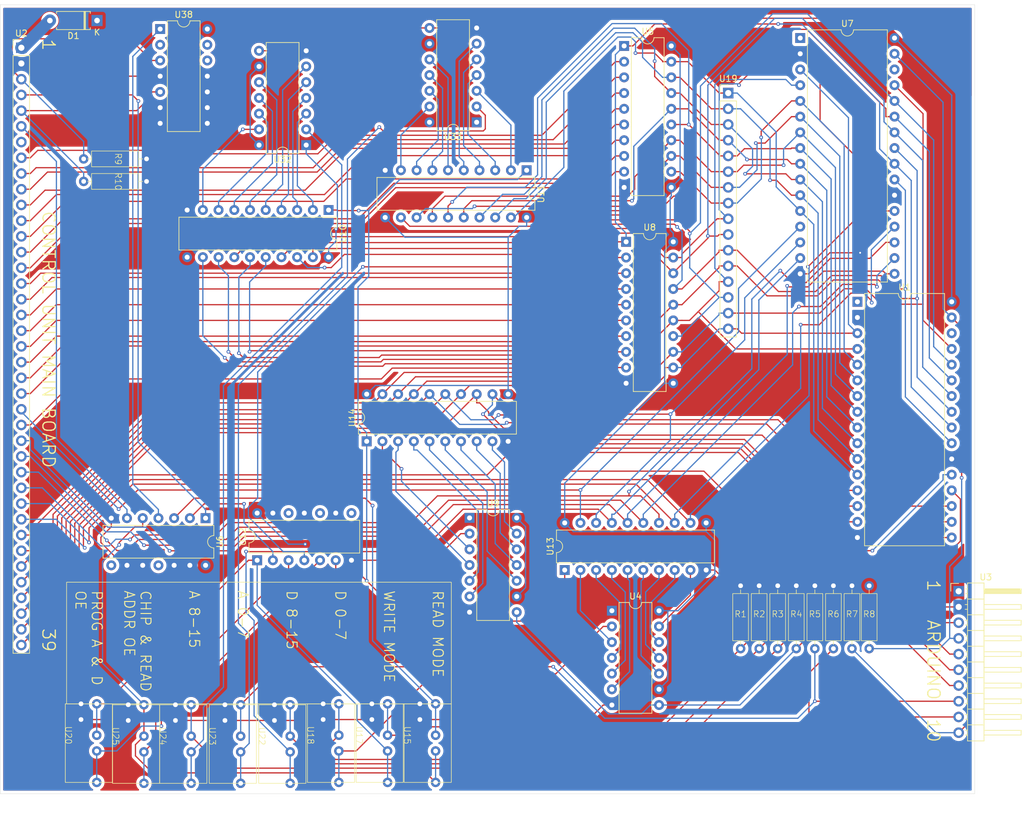
<source format=kicad_pcb>
(kicad_pcb (version 20240108) (generator "pcbnew") (generator_version "8.0")
  (layers (0 "F.Cu" signal) (31 "B.Cu" signal) (34 "B.Paste" user) (35 "F.Paste" user) (36 "B.SilkS" user "B.Silkscreen") (37 "F.SilkS" user "F.Silkscreen") (38 "B.Mask" user) (39 "F.Mask" user) (44 "Edge.Cuts" user))
  (net 0 "")
  (net 1 "Net-(D1-A)")
  (net 2 "Net-(D1-K)")
  (net 3 "Net-(U1-A16)")
  (net 4 "Net-(U17-IN)")
  (net 5 "Net-(U18-IN)")
  (net 6 "Net-(U22-IN)")
  (net 7 "Net-(U3-D_CLK)")
  (net 8 "Net-(U23-IN)")
  (net 9 "Net-(U24-IN)")
  (net 10 "Net-(U3-A_CLK)")
  (net 11 "Net-(U1-WE#)")
  (net 12 "Net-(U2-CLK)")
  (net 13 "Net-(U2-Read)")
  (net 15 "Net-(U1-A8)")
  (net 16 "Net-(U1-A10)")
  (net 17 "Net-(U1-A15)")
  (net 18 "Net-(U1-A12)")
  (net 19 "Net-(U1-A11)")
  (net 20 "Net-(U1-A5)")
  (net 22 "Net-(U1-DQ3)")
  (net 23 "Net-(U1-DQ0)")
  (net 24 "Net-(U1-OE#)")
  (net 25 "Net-(U1-DQ6)")
  (net 26 "Net-(U1-A9)")
  (net 27 "Net-(U1-DQ7)")
  (net 28 "Net-(U1-A14)")
  (net 29 "Net-(U1-A1)")
  (net 30 "Net-(U1-DQ5)")
  (net 31 "Net-(U1-A13)")
  (net 32 "Net-(U1-A3)")
  (net 33 "Net-(U1-A7)")
  (net 34 "Net-(U1-DQ1)")
  (net 35 "Net-(U1-A2)")
  (net 36 "Net-(U1-DQ4)")
  (net 37 "Net-(U1-DQ2)")
  (net 38 "Net-(U1-A0)")
  (net 39 "Net-(U1-A6)")
  (net 40 "Net-(U1-A4)")
  (net 41 "Net-(U2-A4)")
  (net 42 "Net-(U2-A14)")
  (net 43 "Net-(U13-Q7)")
  (net 44 "Net-(U13-Q3)")
  (net 45 "Net-(U2-A1)")
  (net 46 "Net-(U2-A9)")
  (net 47 "Net-(U2-A2)")
  (net 48 "Net-(U13-Q5)")
  (net 49 "Net-(U2-A6)")
  (net 50 "Net-(U2-A0)")
  (net 51 "Net-(U2-A5)")
  (net 52 "Net-(U2-Read_enable)")
  (net 53 "Net-(U2-Done)")
  (net 54 "Net-(U2-A7)")
  (net 55 "Net-(U13-Q6)")
  (net 57 "Net-(U2-A13)")
  (net 58 "Net-(U13-Q2)")
  (net 59 "Net-(U2-A11)")
  (net 60 "Net-(U2-A8)")
  (net 61 "Net-(U2-A10)")
  (net 62 "Net-(U2-A15)")
  (net 63 "Net-(U2-A12)")
  (net 64 "Net-(U13-Q1)")
  (net 65 "Net-(U13-Q4)")
  (net 66 "Net-(U13-Q0)")
  (net 67 "Net-(U2-A3)")
  (net 68 "Net-(U13-D7)")
  (net 69 "Net-(U13-D0)")
  (net 70 "Net-(U13-D6)")
  (net 71 "Net-(U13-D5)")
  (net 72 "Net-(U18-OUT)")
  (net 73 "Net-(U13-D3)")
  (net 74 "Net-(U13-D1)")
  (net 75 "Net-(U13-D4)")
  (net 76 "Net-(U13-D2)")
  (net 78 "Net-(U15-OUT)")
  (net 79 "Net-(U15-IN)")
  (net 80 "Net-(U12-O0)")
  (net 81 "Net-(U38-0Q)")
  (net 85 "Net-(U14-D5)")
  (net 86 "Net-(U14-D7)")
  (net 87 "Net-(U14-D4)")
  (net 88 "Net-(U14-D1)")
  (net 89 "Net-(U14-D0)")
  (net 90 "Net-(U14-D2)")
  (net 91 "Net-(U14-D6)")
  (net 92 "Net-(U14-D3)")
  (net 93 "Net-(U22-OUT)")
  (net 94 "Net-(U10-D0)")
  (net 95 "Net-(U10-D2)")
  (net 96 "Net-(U10-D6)")
  (net 97 "Net-(U10-D3)")
  (net 98 "Net-(U10-D5)")
  (net 99 "Net-(U10-D7)")
  (net 100 "Net-(U10-OE#)")
  (net 101 "Net-(U10-D4)")
  (net 102 "Net-(U10-D1)")
  (net 103 "Net-(U11-D7)")
  (net 104 "Net-(U11-D4)")
  (net 105 "Net-(U11-D3)")
  (net 106 "Net-(U11-D5)")
  (net 107 "Net-(U11-D2)")
  (net 108 "Net-(U11-D6)")
  (net 109 "Net-(U11-D1)")
  (net 110 "Net-(U11-D0)")
  (net 112 "Net-(U12-I2)")
  (net 114 "Net-(U12-I0)")
  (net 115 "Net-(U12-I1)")
  (net 117 "Net-(U23-OUT)")
  (net 118 "Net-(U24-OUT)")
  (footprint "custom_footprint_library:jumper" (layer "F.Cu") (at 95.28725 149.70225 -90)
    (property "Reference" "U23")
    (property "Value" "~")
  )
  (footprint "Connector_PinHeader_2.54mm:PinHeader_1x10_P2.54mm_Horizontal" (layer "F.Cu") (at 216.39725 126.27725)
    (property "Reference" "U3")
    (property "Value" "~")
  )
  (footprint "Package_DIP:DIP-20_W7.62mm" (layer "F.Cu") (at 120.73225 102.05225 90)
    (property "Reference" "U14")
    (property "Value" "~")
  )
  (footprint "custom_footprint_library:0.4_pitch_resistor" (layer "F.Cu") (at 196.15725 130.47225)
    (property "Reference" "R6")
    (property "Value" "10k")
  )
  (footprint "Package_DIP:DIP-14_W7.62mm" (layer "F.Cu") (at 160.35725 129.42725)
    (property "Reference" "U4")
    (property "Value" "~")
  )
  (footprint "custom_footprint_library:0.4_pitch_resistor" (layer "F.Cu") (at 201.93725 130.47225)
    (property "Reference" "R8")
    (property "Value" "10k")
  )
  (footprint "Package_DIP:DIP-32_W15.24mm" (layer "F.Cu") (at 190.79225 36.88225)
    (property "Reference" "U7")
    (property "Value" "~")
  )
  (footprint "custom_footprint_library:0.4_pitch_resistor" (layer "F.Cu") (at 80.07725 60.05225 -90)
    (property "Reference" "R10")
    (property "Value" "10k")
  )
  (footprint "custom_footprint_library:0.4_pitch_resistor" (layer "F.Cu") (at 193.15725 130.47225)
    (property "Reference" "R5")
    (property "Value" "10k")
  )
  (footprint "custom_footprint_library:0.4_pitch_resistor" (layer "F.Cu") (at 187.15725 130.47225)
    (property "Reference" "R3")
    (property "Value" "10k")
  )
  (footprint "Package_DIP:DIP-32_W15.24mm" (layer "F.Cu") (at 200.03225 79.50225)
    (property "Reference" "U1")
    (property "Value" "~")
  )
  (footprint "custom_footprint_library:jumper" (layer "F.Cu") (at 103.28725 149.70225 -90)
    (property "Reference" "U22")
    (property "Value" "~")
  )
  (footprint "custom_footprint_library:jumper" (layer "F.Cu") (at 119.02725 149.55225 -90)
    (property "Reference" "U17")
    (property "Value" "~")
  )
  (footprint "Package_DIP:DIP-14_W7.62mm" (layer "F.Cu") (at 94.69725 114.47225 -90)
    (property "Reference" "U6")
    (property "Value" "~")
  )
  (footprint "Package_DIP:DIP-14_W7.62mm" (layer "F.Cu") (at 110.95725 54.17725 180)
    (property "Reference" "U32")
    (property "Value" "~")
  )
  (footprint "custom_footprint_library:0.4_pitch_resistor" (layer "F.Cu") (at 80.07725 56.41225 -90)
    (property "Reference" "R9")
    (property "Value" "10k")
  )
  (footprint "Package_DIP:DIP-20_W7.62mm" (layer "F.Cu") (at 152.73225 122.85225 90)
    (property "Reference" "U13")
    (property "Value" "~")
  )
  (footprint "Package_DIP:DIP-20_W7.62mm" (layer "F.Cu") (at 114.57725 64.67725 -90)
    (property "Reference" "U10")
    (property "Value" "~")
  )
  (footprint "custom_footprint_library:jumper" (layer "F.Cu") (at 111.15725 149.55225 -90)
    (property "Reference" "U18")
    (property "Value" "~")
  )
  (footprint "custom_footprint_library:0.4_pitch_resistor" (layer "F.Cu") (at 199.15725 130.47225)
    (property "Reference" "R7")
    (property "Value" "10k")
  )
  (footprint "Package_DIP:DIP-14_W7.62mm" (layer "F.Cu") (at 138.50225 50.49225 180)
    (property "Reference" "U33")
    (property "Value" "~")
  )
  (footprint "Package_DIP:DIP-20_W7.62mm" (layer "F.Cu") (at 162.33725 38.15725)
    (property "Reference" "U5")
    (property "Value" "~")
  )
  (footprint "Package_DIP:DIP-14_W7.62mm" (layer "F.Cu") (at 87.35725 35.42725)
    (property "Reference" "U38")
    (property "Value" "~")
  )
  (footprint "Connector_PinHeader_2.54mm:PinHeader_1x16_P2.54mm_Vertical" (layer "F.Cu") (at 179.15725 45.77225)
    (property "Reference" "U19")
    (property "Value" "~")
  )
  (footprint "Package_DIP:DIP-20_W7.62mm" (layer "F.Cu") (at 162.65725 69.81225)
    (property "Reference" "U8")
    (property "Value" "~")
  )
  (footprint "Connector_PinHeader_2.54mm:PinHeader_1x39_P2.54mm_Vertical" (layer "F.Cu") (at 64.92225 38.45225)
    (property "Reference" "U2")
    (property "Value" "~")
  )
  (footprint "Package_DIP:DIP-20_W7.62mm" (layer "F.Cu") (at 146.58225 58.25225 -90)
    (property "Reference" "U11")
    (property "Value" "~")
  )
  (footprint "Package_DIP:DIP-14_W7.62mm" (layer "F.Cu") (at 103.03225 121.27225 90)
    (property "Reference" "U12")
    (property "Value" "~")
  )
  (footprint "custom_footprint_library:jumper" (layer "F.Cu") (at 87.28725 149.70225 -90)
    (property "Reference" "U24")
    (property "Value" "~")
  )
  (footprint "custom_footprint_library:jumper" (layer "F.Cu") (at 79.65725 149.70225 -90)
    (property "Reference" "U25")
    (property "Value" "~")
  )
  (footprint "Package_DIP:DIP-14_W7.62mm" (layer "F.Cu") (at 137.35725 114.42725)
    (property "Reference" "U9")
    (property "Value" "~")
  )
  (footprint "custom_footprint_library:0.4_pitch_resistor" (layer "F.Cu") (at 181.15725 130.47225)
    (property "Reference" "R1")
    (property "Value" "10k")
  )
  (footprint "Diode_THT:D_A-405_P7.62mm_Horizontal" (layer "F.Cu") (at 77.15725 34.05225 180)
    (property "Reference" "D1")
    (property "Value" "D")
  )
  (footprint "custom_footprint_library:0.4_pitch_resistor" (layer "F.Cu") (at 190.15725 130.47225)
    (property "Reference" "R4")
    (property "Value" "10k")
  )
  (footprint "custom_footprint_library:0.4_pitch_resistor" (layer "F.Cu") (at 184.15725 130.47225)
    (property "Reference" "R2")
    (property "Value" "10k")
  )
  (footprint "custom_footprint_library:jumper" (layer "F.Cu") (at 72.02725 149.55225 -90)
    (property "Reference" "U20")
    (property "Value" "~")
  )
  (footprint "custom_footprint_library:jumper" (layer "F.Cu") (at 126.78725 149.55225 -90)
    (property "Reference" "U15")
    (property "Value" "~")
  )
  (gr_rect (start 61.5 31.5) (end 219 159) (stroke (width 0.05)) (fill none) (layer "Edge.Cuts"))
  (gr_text "1                 CONTROL UNIT MAIN BOARD                 39" (at 68.15725 86.55225 270) (layer "F.SilkS") (effects (font (size 2 2) (thickness 0.2)) (justify bottom)))
  (gr_text "1   ARDUINO  10" (at 211.15725 137.55225 270) (layer "F.SilkS") (effects (font (size 2 2) (thickness 0.2)) (justify bottom)))
  (gr_text_box "READ MODE\n\n\nWRITE MODE\n\n\nD 0-7\n\n\nD 8-15\n\n\nA 0-7\n\n\nA 8-15\n\n\nCHIP & READ\nADDR OE\n\nPROG A & D OE" (start 134.40725 124.82225) (end 72.23725 144.47225) (angle 270) (layer "F.SilkS") (effects (font (size 1.63 1.63) (thickness 0.163)) (justify left top)) (border yes) (stroke (width 0.1)))
  (segment (start 64.92225 38.45225) (end 65.13725 38.45225) (width 2) (layer "B.Cu") (net 1))
  (segment (start 65.13725 38.45225) (end 69.53725 34.05225) (width 2) (layer "B.Cu") (net 1))
  (segment (start 202.49025 34.74195) (end 204.63055 36.88225) (width 0.2) (layer "F.Cu") (net 2))
  (segment (start 144.97725 114.42725) (end 137.35725 114.42725) (width 0.2) (layer "F.Cu") (net 2))
  (segment (start 188.37505 34.74195) (end 202.49025 34.74195) (width 0.2) (layer "F.Cu") (net 2))
  (segment (start 130.88225 50.49225) (end 138.50225 50.49225) (width 0.2) (layer "F.Cu") (net 2))
  (segment (start 123.72225 65.87225) (end 122.32055 65.87225) (width 0.2) (layer "F.Cu") (net 2))
  (segment (start 130.88225 50.49225) (end 129.48055 50.49225) (width 0.2) (layer "F.Cu") (net 2))
  (segment (start 164.79855 64.77425) (end 149.08195 64.77425) (width 0.2) (layer "F.Cu") (net 2))
  (segment (start 169.95725 61.01725) (end 168.55555 61.01725) (width 0.2) (layer "F.Cu") (net 2))
  (segment (start 78.68565 34.02555) (end 92.17385 34.02555) (width 0.2) (layer "F.Cu") (net 2))
  (segment (start 114.57725 72.29725) (end 114.10085 72.29725) (width 0.2) (layer "F.Cu") (net 2))
  (segment (start 100.72705 118.67275) (end 110.78625 118.67275) (width 0.2) (layer "F.Cu") (net 2))
  (segment (start 120.43435 67.75845) (end 115.77325 67.75845) (width 0.2) (layer "F.Cu") (net 2))
  (segment (start 185.74665 123.98495) (end 200.52995 123.98495) (width 0.2) (layer "F.Cu") (net 2))
  (segment (start 110.95725 54.17725) (end 112.35895 54.17725) (width 0.2) (layer "F.Cu") (net 2))
  (segment (start 92.17385 34.02555) (end 93.57555 35.42725) (width 0.2) (layer "F.Cu") (net 2))
  (segment (start 97.30755 122.09225) (end 100.72705 118.67275) (width 0.2) (layer "F.Cu") (net 2))
  (segment (start 130.88225 37.79225) (end 129.48055 37.79225) (width 0.2) (layer "F.Cu") (net 2))
  (segment (start 122.32055 65.87225) (end 120.43435 67.75845) (width 0.2) (layer "F.Cu") (net 2))
  (segment (start 129.35065 37.92215) (end 129.48055 37.79225) (width 0.2) (layer "F.Cu") (net 2))
  (segment (start 116.17385 50.36235) (end 112.35895 54.17725) (width 0.2) (layer "F.Cu") (net 2))
  (segment (start 214.06055 125.39225) (end 201.93725 125.39225) (width 0.2) (layer "F.Cu") (net 2))
  (segment (start 135.95555 114.42725) (end 131.71005 118.67275) (width 0.2) (layer "F.Cu") (net 2))
  (segment (start 167.97725 129.42725) (end 160.35725 129.42725) (width 0.2) (layer "F.Cu") (net 2))
  (segment (start 175.59225 115.23225) (end 176.99395 115.23225) (width 0.2) (layer "F.Cu") (net 2))
  (segment (start 168.55555 61.01725) (end 164.79855 64.77425) (width 0.2) (layer "F.Cu") (net 2))
  (segment (start 96.37895 35.92065) (end 96.37895 35.42725) (width 0.2) (layer "F.Cu") (net 2))
  (segment (start 93.13035 73.71035) (end 91.71725 72.29725) (width 0.2) (layer "F.Cu") (net 2))
  (segment (start 186.36145 36.75555) (end 188.37505 34.74195) (width 0.2) (layer "F.Cu") (net 2))
  (segment (start 206.03225 36.88225) (end 204.63055 36.88225) (width 0.2) (layer "F.Cu") (net 2))
  (segment (start 129.35065 50.36235) (end 116.17385 50.36235) (width 0.2) (layer "F.Cu") (net 2))
  (segment (start 137.35725 114.42725) (end 135.95555 114.42725) (width 0.2) (layer "F.Cu") (net 2))
  (segment (start 129.35065 50.36235) (end 129.35065 37.92215) (width 0.2) (layer "F.Cu") (net 2))
  (segment (start 131.71005 118.67275) (end 110.78625 118.67275) (width 0.2) (layer "F.Cu") (net 2))
  (segment (start 78.65895 34.05225) (end 78.68565 34.02555) (width 0.2) (layer "F.Cu") (net 2))
  (segment (start 214.94555 126.27725) (end 214.06055 125.39225) (width 0.2) (layer "F.Cu") (net 2))
  (segment (start 101.93555 41.47725) (end 96.37895 35.92065) (width 0.2) (layer "F.Cu") (net 2))
  (segment (start 129.48055 50.49225) (end 129.35065 50.36235) (width 0.2) (layer "F.Cu") (net 2))
  (segment (start 169.95725 36.75555) (end 186.36145 36.75555) (width 0.2) (layer "F.Cu") (net 2))
  (segment (start 94.97725 35.42725) (end 93.57555 35.42725) (width 0.2) (layer "F.Cu") (net 2))
  (segment (start 94.97725 35.42725) (end 96.37895 35.42725) (width 0.2) (layer "F.Cu") (net 2))
  (segment (start 114.10085 72.29725) (end 112.68775 73.71035) (width 0.2) (layer "F.Cu") (net 2))
  (segment (start 216.39725 126.27725) (end 214.94555 126.27725) (width 0.2) (layer "F.Cu") (net 2))
  (segment (start 94.69725 122.09225) (end 97.30755 122.09225) (width 0.2) (layer "F.Cu") (net 2))
  (segment (start 151.33055 115.23225) (end 150.52555 114.42725) (width 0.2) (layer "F.Cu") (net 2))
  (segment (start 146.58225 65.87225) (end 147.98395 65.87225) (width 0.2) (layer "F.Cu") (net 2))
  (segment (start 103.33725 54.17725) (end 110.95725 54.17725) (width 0.2) (layer "F.Cu") (net 2))
  (segment (start 77.15725 34.05225) (end 78.65895 34.05225) (width 0.2) (layer "F.Cu") (net 2))
  (segment (start 169.95725 38.15725) (end 169.95725 36.75555) (width 0.2) (layer "F.Cu") (net 2))
  (segment (start 103.33725 41.47725) (end 101.93555 41.47725) (width 0.2) (layer "F.Cu") (net 2))
  (segment (start 150.52555 114.42725) (end 144.97725 114.42725) (width 0.2) (layer "F.Cu") (net 2))
  (segment (start 176.99395 115.23225) (end 185.74665 123.98495) (width 0.2) (layer "F.Cu") (net 2))
  (segment (start 152.73225 115.23225) (end 151.33055 115.23225) (width 0.2) (layer "F.Cu") (net 2))
  (segment (start 112.68775 73.71035) (end 93.13035 73.71035) (width 0.2) (layer "F.Cu") (net 2))
  (segment (start 200.52995 123.98495) (end 201.93725 125.39225) (width 0.2) (layer "F.Cu") (net 2))
  (segment (start 149.08195 64.77425) (end 147.98395 65.87225) (width 0.2) (layer "F.Cu") (net 2))
  (via (at 115.77325 67.75845) (size 0.6) (drill 0.3) (layers "F.Cu" "B.Cu") (net 2))
  (via (at 110.78625 118.67275) (size 0.6) (drill 0.3) (layers "F.Cu" "B.Cu") (net 2))
  (segment (start 110.95725 54.17725) (end 110.95725 55.57895) (width 0.2) (layer "B.Cu") (net 2))
  (segment (start 114.57725 72.29725) (end 114.57725 70.89555) (width 0.2) (layer "B.Cu") (net 2))
  (segment (start 169.39465 129.42725) (end 167.97725 129.42725) (width 0.2) (layer "B.Cu") (net 2))
  (segment (start 176.99545 118.03715) (end 176.99545 123.48235) (width 0.2) (layer "B.Cu") (net 2))
  (segment (start 144.97725 114.42725) (end 146.40865 115.85865) (width 0.2) (layer "B.Cu") (net 2))
  (segment (start 169.77845 62.59775) (end 169.77845 67.91175) (width 0.2) (layer "B.Cu") (net 2))
  (segment (start 152.73225 108.81555) (end 152.73225 113.83055) (width 0.2) (layer "B.Cu") (net 2))
  (segment (start 101.90235 42.91215) (end 101.90235 52.74235) (width 0.2) (layer "B.Cu") (net 2))
  (segment (start 103.33725 41.47725) (end 101.90235 42.91215) (width 0.2) (layer "B.Cu") (net 2))
  (segment (start 171.37655 39.57655) (end 169.95725 38.15725) (width 0.2) (layer "B.Cu") (net 2))
  (segment (start 168.87555 92.67225) (end 152.73225 108.81555) (width 0.2) (layer "B.Cu") (net 2))
  (segment (start 126.91635 69.06635) (end 123.72225 65.87225) (width 0.2) (layer "B.Cu") (net 2))
  (segment (start 170.27725 92.67225) (end 168.87555 92.67225) (width 0.2) (layer "B.Cu") (net 2))
  (segment (start 115.77325 67.76005) (end 115.77325 67.75845) (width 0.2) (layer "B.Cu") (net 2))
  (segment (start 169.39465 140.70985) (end 167.97725 142.12725) (width 0.2) (layer "B.Cu") (net 2))
  (segment (start 171.37655 59.59795) (end 171.37655 39.57655) (width 0.2) (layer "B.Cu") (net 2))
  (segment (start 169.39465 129.42725) (end 169.39465 140.70985) (width 0.2) (layer "B.Cu") (net 2))
  (segment (start 103.03225 113.65225) (end 108.05275 118.67275) (width 0.2) (layer "B.Cu") (net 2))
  (segment (start 115.99775 60.61945) (end 115.99775 67.53555) (width 0.2) (layer "B.Cu") (net 2))
  (segment (start 152.73225 114.70475) (end 152.73225 113.83055) (width 0.2) (layer "B.Cu") (net 2))
  (segment (start 169.95725 62.41895) (end 169.77845 62.59775) (width 0.2) (layer "B.Cu") (net 2))
  (segment (start 152.73225 114.70475) (end 152.73225 115.23225) (width 0.2) (layer "B.Cu") (net 2))
  (segment (start 215.27225 79.50225) (end 215.27225 46.12225) (width 0.2) (layer "B.Cu") (net 2))
  (segment (start 146.40865 125.69585) (end 144.97725 127.12725) (width 0.2) (layer "B.Cu") (net 2))
  (segment (start 146.58225 67.27395) (end 145.38465 67.27395) (width 0.2) (layer "B.Cu") (net 2))
  (segment (start 171.05055 129.42725) (end 169.39465 129.42725) (width 0.2) (layer "B.Cu") (net 2))
  (segment (start 146.58225 65.87225) (end 146.58225 67.27395) (width 0.2) (layer "B.Cu") (net 2))
  (segment (start 169.95725 61.01725) (end 171.37655 59.59795) (width 0.2) (layer "B.Cu") (net 2))
  (segment (start 215.27225 46.12225) (end 206.03225 36.88225) (width 0.2) (layer "B.Cu") (net 2))
  (segment (start 176.99545 123.48235) (end 171.05055 129.42725) (width 0.2) (layer "B.Cu") (net 2))
  (segment (start 143.59225 93.03055) (end 122.13395 93.03055) (width 0.2) (layer "B.Cu") (net 2))
  (segment (start 169.95725 61.01725) (end 169.95725 62.41895) (width 0.2) (layer "B.Cu") (net 2))
  (segment (start 170.27725 69.81225) (end 170.27725 68.41055) (width 0.2) (layer "B.Cu") (net 2))
  (segment (start 101.90235 52.74235) (end 103.33725 54.17725) (width 0.2) (layer "B.Cu") (net 2))
  (segment (start 143.59225 94.43225) (end 143.59225 93.03055) (width 0.2) (layer "B.Cu") (net 2))
  (segment (start 143.59225 93.03055) (end 143.59225 69.06635) (width 0.2) (layer "B.Cu") (net 2))
  (segment (start 145.38465 67.27395) (end 143.59225 69.06635) (width 0.2) (layer "B.Cu") (net 2))
  (segment (start 154.13395 116.63395) (end 175.59225 116.63395) (width 0.2) (layer "B.Cu") (net 2))
  (segment (start 175.59225 116.63395) (end 176.99545 118.03715) (width 0.2) (layer "B.Cu") (net 2))
  (segment (start 110.95725 55.57895) (end 115.99775 60.61945) (width 0.2) (layer "B.Cu") (net 2))
  (segment (start 143.59225 69.06635) (end 126.91635 69.06635) (width 0.2) (layer "B.Cu") (net 2))
  (segment (start 175.59225 115.23225) (end 175.59225 116.63395) (width 0.2) (layer "B.Cu") (net 2))
  (segment (start 169.77845 67.91175) (end 170.27725 68.41055) (width 0.2) (layer "B.Cu") (net 2))
  (segment (start 115.77325 69.69955) (end 115.77325 67.76005) (width 0.2) (layer "B.Cu") (net 2))
  (segment (start 114.57725 70.89555) (end 115.77325 69.69955) (width 0.2) (layer "B.Cu") (net 2))
  (segment (start 108.05275 118.67275) (end 110.78625 118.67275) (width 0.2) (layer "B.Cu") (net 2))
  (segment (start 146.40865 115.85865) (end 146.40865 125.69585) (width 0.2) (layer "B.Cu") (net 2))
  (segment (start 168.87555 92.67225) (end 168.87555 71.21395) (width 0.2) (layer "B.Cu") (net 2))
  (segment (start 168.87555 71.21395) (end 170.27725 69.81225) (width 0.2) (layer "B.Cu") (net 2))
  (segment (start 115.99775 67.53555) (end 115.77325 67.76005) (width 0.2) (layer "B.Cu") (net 2))
  (segment (start 152.73225 115.23225) (end 154.13395 116.63395) (width 0.2) (layer "B.Cu") (net 2))
  (segment (start 122.13395 93.03055) (end 120.73225 94.43225) (width 0.2) (layer "B.Cu") (net 2))
  (segment (start 88.75895 43.04725) (end 87.35725 43.04725) (width 0.2) (layer "F.Cu") (net 3))
  (segment (start 88.75895 46.72555) (end 88.75895 43.04725) (width 0.2) (layer "F.Cu") (net 3))
  (segment (start 200.47465 71.58515) (end 195.57345 71.58515) (width 0.2) (layer "F.Cu") (net 3))
  (segment (start 82.19725 147.16225) (end 82.04725 147.01225) (width 0.2) (layer "F.Cu") (net 3))
  (segment (start 110.65225 112.25055) (end 106.97395 112.25055) (width 0.2) (layer "F.Cu") (net 3))
  (segment (start 192.17635 74.98225) (end 190.79225 74.98225) (width 0.2) (layer "F.Cu") (net 3))
  (segment (start 181.15725 125.39225) (end 179.53395 125.39225) (width 0.2) (layer "F.Cu") (net 3))
  (segment (start 179.53395 125.39225) (end 176.99395 122.85225) (width 0.2) (layer "F.Cu") (net 3))
  (segment (start 118.27225 121.27225) (end 127.56055 121.27225) (width 0.2) (layer "F.Cu") (net 3))
  (segment (start 158.95555 144.66725) (end 156.61055 147.01225) (width 0.2) (layer "F.Cu") (net 3))
  (segment (start 82.19725 146.86225) (end 82.19725 144.62225) (width 0.2) (layer "F.Cu") (net 3))
  (segment (start 215.27225 104.90225) (end 204.62685 94.25685) (width 0.2) (layer "F.Cu") (net 3))
  (segment (start 82.04725 147.01225) (end 82.19725 146.86225) (width 0.2) (layer "F.Cu") (net 3))
  (segment (start 77.78375 117.54745) (end 79.45725 115.87395) (width 0.2) (layer "F.Cu") (net 3))
  (segment (start 82.04725 147.01225) (end 74.56725 147.01225) (width 0.2) (layer "F.Cu") (net 3))
  (segment (start 87.35725 48.12725) (end 88.75895 46.72555) (width 0.2) (layer "F.Cu") (net 3))
  (segment (start 204.62685 86.63685) (end 200.03225 82.04225) (width 0.2) (layer "F.Cu") (net 3))
  (segment (start 94.97725 43.04725) (end 88.75895 43.04725) (width 0.2) (layer "F.Cu") (net 3))
  (segment (start 110.65225 113.65225) (end 110.65225 112.25055) (width 0.2) (layer "F.Cu") (net 3))
  (segment (start 77.78375 118.40885) (end 77.78375 117.54745) (width 0.2) (layer "F.Cu") (net 3))
  (segment (start 214.94555 128.81725) (end 202.58225 128.81725) (width 0.2) (layer "F.Cu") (net 3))
  (segment (start 206.03225 62.28225) (end 194.00345 50.25345) (width 0.2) (layer "F.Cu") (net 3))
  (segment (start 137.35725 129.66725) (end 135.95555 129.66725) (width 0.2) (layer "F.Cu") (net 3))
  (segment (start 175.59225 122.85225) (end 176.99395 122.85225) (width 0.2) (layer "F.Cu") (net 3))
  (segment (start 194.00345 42.63345) (end 190.79225 39.42225) (width 0.2) (layer "F.Cu") (net 3))
  (segment (start 81.99725 122.09225) (end 81.46715 122.09225) (width 0.2) (layer "F.Cu") (net 3))
  (segment (start 113.69725 147.01225) (end 113.54725 147.16225) (width 0.2) (layer "F.Cu") (net 3))
  (segment (start 187.15725 125.39225) (end 190.15725 125.39225) (width 0.2) (layer "F.Cu") (net 3))
  (segment (start 66.37395 40.99225) (end 68.42895 43.04725) (width 0.2) (layer "F.Cu") (net 3))
  (segment (start 105.82725 147.16225) (end 97.82725 147.16225) (width 0.2) (layer "F.Cu") (net 3))
  (segment (start 106.97395 112.25055) (end 105.57225 113.65225) (width 0.2) (layer "F.Cu") (net 3))
  (segment (start 195.57345 71.58515) (end 192.17635 74.98225) (width 0.2) (layer "F.Cu") (net 3))
  (segment (start 113.54725 147.16225) (end 105.82725 147.16225) (width 0.2) (layer "F.Cu") (net 3))
  (segment (start 87.35725 43.04725) (end 85.95555 43.04725) (width 0.2) (layer "F.Cu") (net 3))
  (segment (start 115.73225 113.65225) (end 114.33055 112.25055) (width 0.2) (layer "F.Cu") (net 3))
  (segment (start 184.15725 125.39225) (end 181.15725 125.39225) (width 0.2) (layer "F.Cu") (net 3))
  (segment (start 193.15725 125.39225) (end 196.15725 125.39225) (width 0.2) (layer "F.Cu") (net 3))
  (segment (start 156.61055 147.01225) (end 129.32725 147.01225) (width 0.2) (layer "F.Cu") (net 3))
  (segment (start 190.15725 125.39225) (end 193.15725 125.39225) (width 0.2) (layer "F.Cu") (net 3))
  (segment (start 216.39725 128.81725) (end 214.94555 128.81725) (width 0.2) (layer "F.Cu") (net 3))
  (segment (start 114.33055 112.25055) (end 110.65225 112.25055) (width 0.2) (layer "F.Cu") (net 3))
  (segment (start 82.13195 122.09225) (end 83.39895 122.09225) (width 0.2) (layer "F.Cu") (net 3))
  (segment (start 202.58225 128.81725) (end 199.15725 125.39225) (width 0.2) (layer "F.Cu") (net 3))
  (segment (start 184.15725 125.39225) (end 187.15725 125.39225) (width 0.2) (layer "F.Cu") (net 3))
  (segment (start 194.00345 50.25345) (end 194.00345 42.63345) (width 0.2) (layer "F.Cu") (net 3))
  (segment (start 97.82725 147.16225) (end 89.82725 147.16225) (width 0.2) (layer "F.Cu") (net 3))
  (segment (start 68.42895 43.04725) (end 85.95555 43.04725) (width 0.2) (layer "F.Cu") (net 3))
  (segment (start 127.56055 121.27225) (end 135.95555 129.66725) (width 0.2) (layer "F.Cu") (net 3))
  (segment (start 81.46715 122.09225) (end 77.78375 118.40885) (width 0.2) (layer "F.Cu") (net 3))
  (segment (start 160.35725 144.66725) (end 158.95555 144.66725) (width 0.2) (layer "F.Cu") (net 3))
  (segment (start 84.53725 122.09225) (end 83.39895 122.09225) (width 0.2) (layer "F.Cu") (net 3))
  (segment (start 64.92225 40.99225) (end 66.37395 40.99225) (width 0.2) (layer "F.Cu") (net 3))
  (segment (start 82.13195 122.09225) (end 81.99725 122.09225) (width 0.2) (layer "F.Cu") (net 3))
  (segment (start 92.15725 122.09225) (end 90.75555 122.09225) (width 0.2) (layer "F.Cu") (net 3))
  (segment (start 121.56725 147.01225) (end 113.69725 147.01225) (width 0.2) (layer "F.Cu") (net 3))
  (segment (start 196.15725 125.39225) (end 199.15725 125.39225) (width 0.2) (layer "F.Cu") (net 3))
  (segment (start 204.62685 94.25685) (end 204.62685 86.63685) (width 0.2) (layer "F.Cu") (net 3))
  (segment (start 79.45725 114.47225) (end 79.45725 115.87395) (width 0.2) (layer "F.Cu") (net 3))
  (segment (start 89.61725 122.09225) (end 90.75555 122.09225) (width 0.2) (layer "F.Cu") (net 3))
  (via (at 200.47465 71.58515) (size 0.6) (drill 0.3) (layers "F.Cu" "B.Cu") (net 3))
  (segment (start 164.13095 91.19855) (end 162.65725 92.67225) (width 0.2) (layer "B.Cu") (net 3))
  (segment (start 92.15725 122.09225) (end 92.15725 120.69055) (width 0.2) (layer "B.Cu") (net 3))
  (segment (start 200.03225 119.00395) (end 199.15725 119.87895) (width 0.2) (layer "B.Cu") (net 3))
  (segment (start 129.32725 147.01225) (end 129.32725 144.47225) (width 0.2) (layer "B.Cu") (net 3))
  (segment (start 87.35725 52.06895) (end 85.15725 54.26895) (width 0.2) (layer "B.Cu") (net 3))
  (segment (start 101.89065 37.53555) (end 96.37895 43.04725) (width 0.2) (layer "B.Cu") (net 3))
  (segment (start 164.13095 65.61835) (end 164.13095 91.19855) (width 0.2) (layer "B.Cu") (net 3))
  (segment (start 200.48225 67.83225) (end 206.03225 62.28225) (width 0.2) (layer "B.Cu") (net 3))
  (segment (start 137.10055 35.25225) (end 135.66425 33.81595) (width 0.2) (layer "B.Cu") (net 3))
  (segment (start 92.15725 120.69055) (end 96.09895 116.74885) (width 0.2) (layer "B.Cu") (net 3))
  (segment (start 154.26945 118.86185) (end 151.33055 121.80075) (width 0.2) (layer "B.Cu") (net 3))
  (segment (start 122.93445 143.10505) (end 121.56725 144.47225) (width 0.2) (layer "B.Cu") (net 3))
  (segment (start 113.83415 40.41245) (end 112.35895 38.93725) (width 0.2) (layer "B.Cu") (net 3))
  (segment (start 118.27225 117.59395) (end 115.73225 115.05395) (width 0.2) (layer "B.Cu") (net 3))
  (segment (start 94.97725 43.04725) (end 95.67815 43.04725) (width 0.2) (layer "B.Cu") (net 3))
  (segment (start 89.61725 123.54635) (end 89.61725 144.41225) (width 0.2) (layer "B.Cu") (net 3))
  (segment (start 95.67815 43.04725) (end 94.97725 43.74815) (width 0.2) (layer "B.Cu") (net 3))
  (segment (start 89.82725 147.16225) (end 82.19725 147.16225) (width 0.2) (layer "B.Cu") (net 3))
  (segment (start 89.61725 122.09225) (end 89.61725 123.54635) (width 0.2) (layer "B.Cu") (net 3))
  (segment (start 118.27225 119.87055) (end 118.27225 117.59395) (width 0.2) (layer "B.Cu") (net 3))
  (segment (start 85.15725 54.26895) (end 85.15725 56.41225) (width 0.2) (layer "B.Cu") (net 3))
  (segment (start 90.31555 82.65715) (end 90.31555 64.67725) (width 0.2) (layer "B.Cu") (net 3))
  (segment (start 200.03225 118.30305) (end 213.43305 104.90225) (width 0.2) (layer "B.Cu") (net 3))
  (segment (start 105.82725 147.16225) (end 105.82725 144.62225) (width 0.2) (layer "B.Cu") (net 3))
  (segment (start 123.72225 40.41245) (end 113.83415 40.41245) (width 0.2) (layer "B.Cu") (net 3))
  (segment (start 87.35725 50.66725) (end 87.35725 48.12725) (width 0.2) (layer "B.Cu") (net 3))
  (segment (start 130.31875 33.81595) (end 123.72225 40.41245) (width 0.2) (layer "B.Cu") (net 3))
  (segment (start 199.15725 119.87895) (end 199.15725 125.39225) (width 0.2) (layer "B.Cu") (net 3))
  (segment (start 97.82725 147.16225) (end 97.82725 144.62225) (width 0.2) (layer "B.Cu") (net 3))
  (segment (start 85.15725 56.41225) (end 85.15725 60.05225) (width 0.2) (layer "B.Cu") (net 3))
  (segment (start 91.71725 64.67725) (end 90.31555 64.67725) (width 0.2) (layer "B.Cu") (net 3))
  (segment (start 135.66425 33.81595) (end 130.31875 33.81595) (width 0.2) (layer "B.Cu") (net 3))
  (segment (start 148.43475 105.49305) (end 148.43475 113.02715) (width 0.2) (layer "B.Cu") (net 3))
  (segment (start 94.97725 48.12725) (end 94.97725 50.66725) (width 0.2) (layer "B.Cu") (net 3))
  (segment (start 200.03225 82.04225) (end 201.43485 80.63965) (width 0.2) (layer "B.Cu") (net 3))
  (segment (start 87.35725 50.66725) (end 87.35725 52.06895) (width 0.2) (layer "B.Cu") (net 3))
  (segment (start 148.43475 113.02715) (end 154.26945 118.86185) (width 0.2) (layer "B.Cu") (net 3))
  (segment (start 200.48225 71.58515) (end 200.47465 71.58515) (width 0.2) (layer "B.Cu") (net 3))
  (segment (start 162.33725 63.82465) (end 164.13095 65.61835) (width 0.2) (layer "B.Cu") (net 3))
  (segment (start 94.97725 45.58725) (end 94.97725 48.12725) (width 0.2) (layer "B.Cu") (net 3))
  (segment (start 122.93445 143.10505) (end 118.27225 138.44285) (width 0.2) (layer "B.Cu") (net 3))
  (segment (start 96.09895 88.44055) (end 90.31555 82.65715) (width 0.2) (layer "B.Cu") (net 3))
  (segment (start 115.73225 113.65225) (end 115.73225 115.05395) (width 0.2) (layer "B.Cu") (net 3))
  (segment (start 200.03225 117.60225) (end 200.03225 118.30305) (width 0.2) (layer "B.Cu") (net 3))
  (segment (start 118.27225 138.44285) (end 118.27225 121.27225) (width 0.2) (layer "B.Cu") (net 3))
  (segment (start 110.95725 38.93725) (end 109.55555 38.93725) (width 0.2) (layer "B.Cu") (net 3))
  (segment (start 129.32725 144.47225) (end 127.96005 143.10505) (width 0.2) (layer "B.Cu") (net 3))
  (segment (start 89.61725 123.54635) (end 85.99135 123.54635) (width 0.2) (layer "B.Cu") (net 3))
  (segment (start 143.59225 102.05225) (end 144.99395 102.05225) (width 0.2) (layer "B.Cu") (net 3))
  (segment (start 213.43305 104.90225) (end 215.27225 104.90225) (width 0.2) (layer "B.Cu") (net 3))
  (segment (start 108.15385 37.53555) (end 101.89065 37.53555) (width 0.2) (layer "B.Cu") (net 3))
  (segment (start 123.72225 40.41245) (end 123.72225 58.25225) (width 0.2) (layer "B.Cu") (net 3))
  (segment (start 200.48225 71.58515) (end 200.48225 67.83225) (width 0.2) (layer "B.Cu") (net 3))
  (segment (start 85.15725 60.05225) (end 85.69055 60.05225) (width 0.2) (layer "B.Cu") (net 3))
  (segment (start 113.69725 147.01225) (end 113.69725 144.47225) (width 0.2) (layer "B.Cu") (net 3))
  (segment (start 162.65725 92.67225) (end 161.25555 92.67225) (width 0.2) (layer "B.Cu") (net 3))
  (segment (start 127.96005 143.10505) (end 122.93445 143.10505) (width 0.2) (layer "B.Cu") (net 3))
  (segment (start 110.95725 38.93725) (end 112.35895 38.93725) (width 0.2) (layer "B.Cu") (net 3))
  (segment (start 85.99135 123.54635) (end 84.53725 122.09225) (width 0.2) (layer "B.Cu") (net 3))
  (segment (start 121.56725 147.01225) (end 121.56725 144.47225) (width 0.2) (layer "B.Cu") (net 3))
  (segment (start 161.25555 92.67225) (end 148.43475 105.49305) (width 0.2) (layer "B.Cu") (net 3))
  (segment (start 89.82725 147.16225) (end 89.82725 144.62225) (width 0.2) (layer "B.Cu") (net 3))
  (segment (start 95.67815 43.04725) (end 96.37895 43.04725) (width 0.2) (layer "B.Cu") (net 3))
  (segment (start 162.33725 62.41895) (end 162.33725 63.82465) (width 0.2) (layer "B.Cu") (net 3))
  (segment (start 89.61725 144.41225) (end 89.82725 144.62225) (width 0.2) (layer "B.Cu") (net 3))
  (segment (start 96.09895 116.74885) (end 96.09895 88.44055) (width 0.2) (layer "B.Cu") (net 3))
  (segment (start 162.33725 61.01725) (end 162.33725 62.41895) (width 0.2) (layer "B.Cu") (net 3))
  (segment (start 74.56725 147.01225) (end 74.56725 144.47225) (width 0.2) (layer "B.Cu") (net 3))
  (segment (start 109.55555 38.93725) (end 108.15385 37.53555) (width 0.2) (layer "B.Cu") (net 3))
  (segment (start 175.59225 122.85225) (end 171.60185 118.86185) (width 0.2) (layer "B.Cu") (net 3))
  (segment (start 201.43485 72.53775) (end 200.48225 71.58515) (width 0.2) (layer "B.Cu") (net 3))
  (segment (start 138.50225 35.25225) (end 137.10055 35.25225) (width 0.2) (layer "B.Cu") (net 3))
  (segment (start 148.43475 105.49305) (end 144.99395 102.05225) (width 0.2) (layer "B.Cu") (net 3))
  (segment (start 118.27225 121.27225) (end 118.27225 119.87055) (width 0.2) (layer "B.Cu") (net 3))
  (segment (start 200.03225 118.30305) (end 200.03225 119.00395) (width 0.2) (layer "B.Cu") (net 3))
  (segment (start 94.97725 43.74815) (end 94.97725 45.58725) (width 0.2) (layer "B.Cu") (net 3))
  (segment (start 85.69055 60.05225) (end 90.31555 64.67725) (width 0.2) (layer "B.Cu") (net 3))
  (segment (start 201.43485 80.63965) (end 201.43485 72.53775) (width 0.2) (layer "B.Cu") (net 3))
  (segment (start 151.33055 135.64055) (end 160.35725 144.66725) (width 0.2) (layer "B.Cu") (net 3))
  (segment (start 171.60185 118.86185) (end 154.26945 118.86185) (width 0.2) (layer "B.Cu") (net 3))
  (segment (start 151.33055 121.80075) (end 151.33055 135.64055) (width 0.2) (layer "B.Cu") (net 3))
  (segment (start 216.39725 131.35725) (end 214.94555 131.35725) (width 0.2) (layer "F.Cu") (net 4))
  (segment (start 130.69105 148.18855) (end 129.32735 149.55225) (width 0.2) (layer "F.Cu") (net 4))
  (segment (start 185.35225 131.35725) (end 181.15725 135.55225) (width 0.2) (layer "F.Cu") (net 4))
  (segment (start 129.32735 149.55225) (end 124.10725 149.55225) (width 0.2) (layer "F.Cu") (net 4))
  (segment (start 168.52095 148.18855) (end 130.69105 148.18855) (width 0.2) (layer "F.Cu") (net 4))
  (segment (start 181.15725 135.55225) (end 168.52095 148.18855) (width 0.2) (layer "F.Cu") (net 4))
  (segment (start 214.94555 131.35725) (end 185.35225 131.35725) (width 0.2) (layer "F.Cu") (net 4))
  (segment (start 124.10725 149.55225) (end 124.10725 144.47225) (width 0.2) (layer "B.Cu") (net 4))
  (segment (start 184.15725 135.55225) (end 186.99655 132.71295) (width 0.2) (layer "F.Cu") (net 5))
  (segment (start 216.39725 136.43725) (end 214.94555 136.43725) (width 0.2) (layer "F.Cu") (net 5))
  (segment (start 184.15725 135.55225) (end 166.24575 153.46375) (width 0.2) (layer "F.Cu") (net 5))
  (segment (start 211.22125 132.71295) (end 214.94555 136.43725) (width 0.2) (layer "F.Cu") (net 5))
  (segment (start 115.65795 153.46375) (end 114.85805 152.66385) (width 0.2) (layer "F.Cu") (net 5))
  (segment (start 186.99655 132.71295) (end 211.22125 132.71295) (width 0.2) (layer "F.Cu") (net 5))
  (segment (start 114.85805 152.66385) (end 114.85805 150.93145) (width 0.2) (layer "F.Cu") (net 5))
  (segment (start 114.85805 150.93145) (end 116.23725 149.55225) (width 0.2) (layer "F.Cu") (net 5))
  (segment (start 166.24575 153.46375) (end 115.65795 153.46375) (width 0.2) (layer "F.Cu") (net 5))
  (segment (start 116.23725 149.55225) (end 116.23725 144.47225) (width 0.2) (layer "B.Cu") (net 5))
  (segment (start 189.25185 133.45765) (end 209.42595 133.45765) (width 0.2) (layer "F.Cu") (net 6))
  (segment (start 168.54405 154.16545) (end 112.83045 154.16545) (width 0.2) (layer "F.Cu") (net 6))
  (segment (start 112.83045 154.16545) (end 108.36725 149.70225) (width 0.2) (layer "F.Cu") (net 6))
  (segment (start 187.15725 135.55225) (end 168.54405 154.16545) (width 0.2) (layer "F.Cu") (net 6))
  (segment (start 209.42595 133.45765) (end 214.94555 138.97725) (width 0.2) (layer "F.Cu") (net 6))
  (segment (start 216.39725 138.97725) (end 214.94555 138.97725) (width 0.2) (layer "F.Cu") (net 6))
  (segment (start 187.15725 135.55225) (end 189.25185 133.45765) (width 0.2) (layer "F.Cu") (net 6))
  (segment (start 108.36725 149.70225) (end 108.36725 144.62225) (width 0.2) (layer "B.Cu") (net 6))
  (segment (start 207.59115 134.16285) (end 214.94555 141.51725) (width 0.2) (layer "F.Cu") (net 7))
  (segment (start 191.54665 134.16285) (end 207.59115 134.16285) (width 0.2) (layer "F.Cu") (net 7))
  (segment (start 190.15725 135.55225) (end 191.54665 134.16285) (width 0.2) (layer "F.Cu") (net 7))
  (segment (start 216.39725 141.51725) (end 214.94555 141.51725) (width 0.2) (layer "F.Cu") (net 7))
  (segment (start 160.13595 146.08835) (end 160.13445 146.08685) (width 0.2) (layer "B.Cu") (net 7))
  (segment (start 166.57555 144.66725) (end 165.15595 146.08685) (width 0.2) (layer "B.Cu") (net 7))
  (segment (start 190.15725 135.55225) (end 181.04225 144.66725) (width 0.2) (layer "B.Cu") (net 7))
  (segment (start 164.22235 146.08685) (end 164.22085 146.08835) (width 0.2) (layer "B.Cu") (net 7))
  (segment (start 164.22085 146.08835) (end 160.13595 146.08835) (width 0.2) (layer "B.Cu") (net 7))
  (segment (start 167.97725 144.66725) (end 166.57555 144.66725) (width 0.2) (layer "B.Cu") (net 7))
  (segment (start 165.15595 146.08685) (end 164.22235 146.08685) (width 0.2) (layer "B.Cu") (net 7))
  (segment (start 160.13445 146.08685) (end 159.76785 146.08685) (width 0.2) (layer "B.Cu") (net 7))
  (segment (start 144.97725 131.29625) (end 144.97725 129.66725) (width 0.2) (layer "B.Cu") (net 7))
  (segment (start 159.76785 146.08685) (end 144.97725 131.29625) (width 0.2) (layer "B.Cu") (net 7))
  (segment (start 181.04225 144.66725) (end 167.97725 144.66725) (width 0.2) (layer "B.Cu") (net 7))
  (segment (start 100.36725 144.62225) (end 106.50495 138.48455) (width 0.2) (layer "F.Cu") (net 8))
  (segment (start 106.50495 138.48455) (end 150.87885 138.48455) (width 0.2) (layer "F.Cu") (net 8))
  (segment (start 216.39725 144.05725) (end 193.15725 144.05725) (width 0.2) (layer "F.Cu") (net 8))
  (via (at 193.15725 144.05725) (size 0.6) (drill 0.3) (layers "F.Cu" "B.Cu") (net 8))
  (via (at 150.87885 138.48455) (size 0.6) (drill 0.3) (layers "F.Cu" "B.Cu") (net 8))
  (segment (start 159.20425 146.80995) (end 150.87885 138.48455) (width 0.2) (layer "B.Cu") (net 8))
  (segment (start 193.15725 135.55225) (end 193.15725 144.05725) (width 0.2) (layer "B.Cu") (net 8))
  (segment (start 100.36725 149.70225) (end 100.36725 144.62225) (width 0.2) (layer "B.Cu") (net 8))
  (segment (start 193.15725 144.05725) (end 190.40455 146.80995) (width 0.2) (layer "B.Cu") (net 8))
  (segment (start 190.40455 146.80995) (end 159.20425 146.80995) (width 0.2) (layer "B.Cu") (net 8))
  (segment (start 192.20275 146.59725) (end 216.39725 146.59725) (width 0.2) (layer "F.Cu") (net 9))
  (segment (start 183.93285 154.86715) (end 192.20275 146.59725) (width 0.2) (layer "F.Cu") (net 9))
  (segment (start 92.36725 149.70225) (end 97.53215 154.86715) (width 0.2) (layer "F.Cu") (net 9))
  (segment (start 97.53215 154.86715) (end 183.93285 154.86715) (width 0.2) (layer "F.Cu") (net 9))
  (segment (start 192.20275 139.50675) (end 196.15725 135.55225) (width 0.2) (layer "F.Cu") (net 9))
  (segment (start 192.20275 146.59725) (end 192.20275 139.50675) (width 0.2) (layer "F.Cu") (net 9))
  (segment (start 92.36725 149.70225) (end 92.36725 144.62225) (width 0.2) (layer "B.Cu") (net 9))
  (segment (start 217.90465 46.75005) (end 204.83695 33.68235) (width 0.2) (layer "F.Cu") (net 10))
  (segment (start 204.83695 33.68235) (end 133.85385 33.68235) (width 0.2) (layer "F.Cu") (net 10))
  (segment (start 108.42395 35.25225) (end 130.88225 35.25225) (width 0.2) (layer "F.Cu") (net 10))
  (segment (start 216.39725 149.13725) (end 217.90465 147.62985) (width 0.2) (layer "F.Cu") (net 10))
  (segment (start 217.90465 147.62985) (end 217.90465 46.75005) (width 0.2) (layer "F.Cu") (net 10))
  (segment (start 133.85385 33.68235) (end 132.28395 35.25225) (width 0.2) (layer "F.Cu") (net 10))
  (segment (start 103.33725 38.93725) (end 104.73895 38.93725) (width 0.2) (layer "F.Cu") (net 10))
  (segment (start 130.88225 35.25225) (end 132.28395 35.25225) (width 0.2) (layer "F.Cu") (net 10))
  (segment (start 104.73895 38.93725) (end 108.42395 35.25225) (width 0.2) (layer "F.Cu") (net 10))
  (segment (start 199.15725 135.55225) (end 212.74225 149.13725) (width 0.2) (layer "B.Cu") (net 10))
  (segment (start 212.74225 149.13725) (end 216.39725 149.13725) (width 0.2) (layer "B.Cu") (net 10))
  (segment (start 216.88035 83.65035) (end 215.27225 82.04225) (width 0.2) (layer "F.Cu") (net 11))
  (segment (start 216.88035 107.94635) (end 216.88035 83.65035) (width 0.2) (layer "F.Cu") (net 11))
  (via (at 216.88035 107.94635) (size 0.6) (drill 0.3) (layers "F.Cu" "B.Cu") (net 11))
  (segment (start 213.28905 135.55225) (end 214.94555 133.89575) (width 0.2) (layer "B.Cu") (net 11))
  (segment (start 215.27225 82.04225) (end 213.87055 80.64055) (width 0.2) (layer "B.Cu") (net 11))
  (segment (start 213.87055 80.64055) (end 213.87055 47.26055) (width 0.2) (layer "B.Cu") (net 11))
  (segment (start 215.12145 133.89725) (end 214.94705 133.89725) (width 0.2) (layer "B.Cu") (net 11))
  (segment (start 216.39725 133.89725) (end 215.12145 133.89725) (width 0.2) (layer "B.Cu") (net 11))
  (segment (start 214.94555 122.26085) (end 216.88035 120.32605) (width 0.2) (layer "B.Cu") (net 11))
  (segment (start 201.93725 135.55225) (end 213.28905 135.55225) (width 0.2) (layer "B.Cu") (net 11))
  (segment (start 216.88035 120.32605) (end 216.88035 107.94635) (width 0.2) (layer "B.Cu") (net 11))
  (segment (start 213.87055 47.26055) (end 206.03225 39.42225) (width 0.2) (layer "B.Cu") (net 11))
  (segment (start 214.94705 133.89725) (end 214.94555 133.89575) (width 0.2) (layer "B.Cu") (net 11))
  (segment (start 214.94555 133.89575) (end 214.94555 122.26085) (width 0.2) (layer "B.Cu") (net 11))
  (segment (start 64.92225 43.53225) (end 63.41685 42.02685) (width 0.2) (layer "F.Cu") (net 12))
  (segment (start 63.41685 37.37295) (end 63.78925 37.00055) (width 0.2) (layer "F.Cu") (net 12))
  (segment (start 63.41685 42.02685) (end 63.41685 37.37295) (width 0.2) (layer "F.Cu") (net 12))
  (segment (start 63.78925 37.00055) (end 82.44885 37.00055) (width 0.2) (layer "F.Cu") (net 12))
  (segment (start 87.35725 40.50725) (end 85.95555 40.50725) (width 0.2) (layer "F.Cu") (net 12))
  (segment (start 82.44885 37.00055) (end 85.95555 40.50725) (width 0.2) (layer "F.Cu") (net 12))
  (segment (start 74.99725 56.41225) (end 74.99725 53.60725) (width 0.2) (layer "B.Cu") (net 12))
  (segment (start 74.99725 53.60725) (end 64.92225 43.53225) (width 0.2) (layer "B.Cu") (net 12))
  (segment (start 87.35725 45.58725) (end 85.95555 45.58725) (width 0.2) (layer "F.Cu") (net 13))
  (segment (start 64.92225 48.61225) (end 83.55885 48.61225) (width 0.2) (layer "F.Cu") (net 13))
  (segment (start 85.95555 46.21555) (end 85.95555 45.58725) (width 0.2) (layer "F.Cu") (net 13))
  (segment (start 83.55885 48.61225) (end 85.95555 46.21555) (width 0.2) (layer "F.Cu") (net 13))
  (segment (start 74.99725 58.68725) (end 64.92225 48.61225) (width 0.2) (layer "B.Cu") (net 13))
  (segment (start 74.99725 60.05225) (end 74.99725 58.68725) (width 0.2) (layer "B.Cu") (net 13))
  (segment (start 170.27725 72.35225) (end 168.87555 72.35225) (width 0.2) (layer "F.Cu") (net 15))
  (segment (start 112.03725 70.89555) (end 154.80125 70.89555) (width 0.2) (layer "F.Cu") (net 15))
  (segment (start 206.03225 49.58225) (end 204.63055 49.58225) (width 0.2) (layer "F.Cu") (net 15))
  (segment (start 204.63055 48.26815) (end 191.84295 35.48055) (width 0.2) (layer "F.Cu") (net 15))
  (segment (start 164.18665 67.66335) (end 168.87555 72.35225) (width 0.2) (layer "F.Cu") (net 15))
  (segment (start 177.36315 66.09225) (end 171.67895 71.77645) (width 0.2) (layer "F.Cu") (net 15))
  (segment (start 180.89525 44.24745) (end 180.89525 44.49255) (width 0.2) (layer "F.Cu") (net 15))
  (segment (start 154.80125 70.89555) (end 158.03345 67.66335) (width 0.2) (layer "F.Cu") (net 15))
  (segment (start 178.43145 66.09225) (end 177.70555 66.09225) (width 0.2) (layer "F.Cu") (net 15))
  (segment (start 178.43145 66.09225) (end 179.10515 66.09225) (width 0.2) (layer "F.Cu") (net 15))
  (segment (start 179.15725 66.09225) (end 179.10515 66.09225) (width 0.2) (layer "F.Cu") (net 15))
  (segment (start 189.66215 35.48055) (end 180.89525 44.24745) (width 0.2) (layer "F.Cu") (net 15))
  (segment (start 204.63055 49.58225) (end 204.63055 48.26815) (width 0.2) (layer "F.Cu") (net 15))
  (segment (start 171.67895 71.77645) (end 171.67895 72.35225) (width 0.2) (layer "F.Cu") (net 15))
  (segment (start 112.03725 72.29725) (end 112.03725 70.89555) (width 0.2) (layer "F.Cu") (net 15))
  (segment (start 170.27725 72.35225) (end 171.67895 72.35225) (width 0.2) (layer "F.Cu") (net 15))
  (segment (start 191.84295 35.48055) (end 189.66215 35.48055) (width 0.2) (layer "F.Cu") (net 15))
  (segment (start 158.03345 67.66335) (end 164.18665 67.66335) (width 0.2) (layer "F.Cu") (net 15))
  (segment (start 177.70555 66.09225) (end 177.36315 66.09225) (width 0.2) (layer "F.Cu") (net 15))
  (via (at 180.89525 44.49255) (size 0.6) (drill 0.3) (layers "F.Cu" "B.Cu") (net 15))
  (segment (start 180.68005 44.27735) (end 180.89525 44.49255) (width 0.2) (layer "B.Cu") (net 15))
  (segment (start 177.70485 64.63985) (end 177.70485 44.67055) (width 0.2) (layer "B.Cu") (net 15))
  (segment (start 178.09805 44.27735) (end 180.68005 44.27735) (width 0.2) (layer "B.Cu") (net 15))
  (segment (start 177.70485 44.67055) (end 178.09805 44.27735) (width 0.2) (layer "B.Cu") (net 15))
  (segment (start 215.27225 92.20225) (end 211.65655 88.58655) (width 0.2) (layer "B.Cu") (net 15))
  (segment (start 211.65655 88.58655) (end 211.65655 55.20655) (width 0.2) (layer "B.Cu") (net 15))
  (segment (start 179.15725 66.09225) (end 177.70485 64.63985) (width 0.2) (layer "B.Cu") (net 15))
  (segment (start 211.65655 55.20655) (end 206.03225 49.58225) (width 0.2) (layer "B.Cu") (net 15))
  (segment (start 195.86775 75.26415) (end 203.83785 75.26415) (width 0.2) (layer "F.Cu") (net 16))
  (segment (start 203.83785 75.26415) (end 206.00925 77.43555) (width 0.2) (layer "F.Cu") (net 16))
  (segment (start 157.16335 66.96165) (end 170.46855 66.96165) (width 0.2) (layer "F.Cu") (net 16))
  (segment (start 170.27725 77.43225) (end 171.67895 77.43225) (width 0.2) (layer "F.Cu") (net 16))
  (segment (start 180.60895 71.17225) (end 187.27865 77.84195) (width 0.2) (layer "F.Cu") (net 16))
  (segment (start 187.27865 77.84195) (end 193.28995 77.84195) (width 0.2) (layer "F.Cu") (net 16))
  (segment (start 178.86065 71.17225) (end 179.15725 71.17225) (width 0.2) (layer "F.Cu") (net 16))
  (segment (start 170.46855 66.96165) (end 170.90815 67.40125) (width 0.2) (layer "F.Cu") (net 16))
  (segment (start 154.18855 69.93645) (end 157.16335 66.96165) (width 0.2) (layer "F.Cu") (net 16))
  (segment (start 178.86065 71.17225) (end 177.70555 71.17225) (width 0.2) (layer "F.Cu") (net 16))
  (segment (start 177.70555 71.40565) (end 171.67895 77.43225) (width 0.2) (layer "F.Cu") (net 16))
  (segment (start 109.31805 69.93645) (end 154.18855 69.93645) (width 0.2) (layer "F.Cu") (net 16))
  (segment (start 106.95725 72.29725) (end 109.31805 69.93645) (width 0.2) (layer "F.Cu") (net 16))
  (segment (start 177.70555 71.17225) (end 177.70555 71.40565) (width 0.2) (layer "F.Cu") (net 16))
  (segment (start 206.00925 77.43555) (end 207.78785 77.43555) (width 0.2) (layer "F.Cu") (net 16))
  (segment (start 193.28995 77.84195) (end 195.86775 75.26415) (width 0.2) (layer "F.Cu") (net 16))
  (segment (start 179.15725 71.17225) (end 180.60895 71.17225) (width 0.2) (layer "F.Cu") (net 16))
  (via (at 170.90815 67.40125) (size 0.6) (drill 0.3) (layers "F.Cu" "B.Cu") (net 16))
  (via (at 207.78785 77.43555) (size 0.6) (drill 0.3) (layers "F.Cu" "B.Cu") (net 16))
  (segment (start 215.27225 102.36225) (end 207.78785 94.87785) (width 0.2) (layer "B.Cu") (net 16))
  (segment (start 207.78785 61.49785) (end 207.78785 77.43555) (width 0.2) (layer "B.Cu") (net 16))
  (segment (start 171.69255 68.18565) (end 170.90815 67.40125) (width 0.2) (layer "B.Cu") (net 16))
  (segment (start 206.03225 59.74225) (end 207.78785 61.49785) (width 0.2) (layer "B.Cu") (net 16))
  (segment (start 171.69255 76.01695) (end 171.69255 68.18565) (width 0.2) (layer "B.Cu") (net 16))
  (segment (start 207.78785 94.87785) (end 207.78785 77.43555) (width 0.2) (layer "B.Cu") (net 16))
  (segment (start 170.27725 77.43225) (end 171.69255 76.01695) (width 0.2) (layer "B.Cu") (net 16))
  (segment (start 200.03225 84.58225) (end 198.63055 84.58225) (width 0.2) (layer "F.Cu") (net 17))
  (segment (start 148.34555 89.51695) (end 123.71935 89.51695) (width 0.2) (layer "F.Cu") (net 17))
  (segment (start 168.87555 91.52515) (end 164.15765 96.24305) (width 0.2) (layer "F.Cu") (net 17))
  (segment (start 164.15765 96.24305) (end 155.07165 96.24305) (width 0.2) (layer "F.Cu") (net 17))
  (segment (start 99.15225 89.91285) (end 97.79845 88.55905) (width 0.2) (layer "F.Cu") (net 17))
  (segment (start 179.15725 83.87225) (end 180.60895 83.87225) (width 0.2) (layer "F.Cu") (net 17))
  (segment (start 170.27725 90.13225) (end 168.87555 90.13225) (width 0.2) (layer "F.Cu") (net 17))
  (segment (start 168.87555 90.13225) (end 168.87555 91.52515) (width 0.2) (layer "F.Cu") (net 17))
  (segment (start 155.07165 96.24305) (end 148.34555 89.51695) (width 0.2) (layer "F.Cu") (net 17))
  (segment (start 181.31895 84.58225) (end 198.63055 84.58225) (width 0.2) (layer "F.Cu") (net 17))
  (segment (start 180.60895 83.87225) (end 181.31895 84.58225) (width 0.2) (layer "F.Cu") (net 17))
  (segment (start 123.71935 89.51695) (end 123.32345 89.91285) (width 0.2) (layer "F.Cu") (net 17))
  (segment (start 123.32345 89.91285) (end 99.15225 89.91285) (width 0.2) (layer "F.Cu") (net 17))
  (via (at 97.79845 88.55905) (size 0.6) (drill 0.3) (layers "F.Cu" "B.Cu") (net 17))
  (segment (start 198.59115 49.76115) (end 190.79225 41.96225) (width 0.2) (layer "B.Cu") (net 17))
  (segment (start 171.67895 90.13225) (end 171.67895 89.89885) (width 0.2) (layer "B.Cu") (net 17))
  (segment (start 200.03225 84.58225) (end 198.59115 83.14115) (width 0.2) (layer "B.Cu") (net 17))
  (segment (start 94.25725 85.01785) (end 97.79845 88.55905) (width 0.2) (layer "B.Cu") (net 17))
  (segment (start 94.25725 73.69895) (end 94.25725 85.01785) (width 0.2) (layer "B.Cu") (net 17))
  (segment (start 94.25725 72.29725) (end 94.25725 73.69895) (width 0.2) (layer "B.Cu") (net 17))
  (segment (start 170.27725 90.13225) (end 171.67895 90.13225) (width 0.2) (layer "B.Cu") (net 17))
  (segment (start 179.15725 83.87225) (end 177.70555 83.87225) (width 0.2) (layer "B.Cu") (net 17))
  (segment (start 171.67895 89.89885) (end 177.70555 83.87225) (width 0.2) (layer "B.Cu") (net 17))
  (segment (start 198.59115 83.14115) (end 198.59115 49.76115) (width 0.2) (layer "B.Cu") (net 17))
  (segment (start 163.50135 94.83965) (end 161.52215 94.83965) (width 0.2) (layer "F.Cu") (net 18))
  (segment (start 165.92405 92.41695) (end 163.50135 94.83965) (width 0.2) (layer "F.Cu") (net 18))
  (segment (start 174.31555 81.09395) (end 180.34375 87.12225) (width 0.2) (layer "F.Cu") (net 18))
  (segment (start 177.70555 77.70395) (end 174.31555 81.09395) (width 0.2) (layer "F.Cu") (net 18))
  (segment (start 100.77405 88.50945) (end 100.07385 87.80925) (width 0.2) (layer "F.Cu") (net 18))
  (segment (start 123.13815 88.11355) (end 122.74225 88.50945) (width 0.2) (layer "F.Cu") (net 18))
  (segment (start 177.70555 76.25225) (end 177.70555 77.70395) (width 0.2) (layer "F.Cu") (net 18))
  (segment (start 170.27725 82.51225) (end 165.92405 86.86545) (width 0.2) (layer "F.Cu") (net 18))
  (segment (start 122.74225 88.50945) (end 100.77405 88.50945) (width 0.2) (layer "F.Cu") (net 18))
  (segment (start 154.79605 88.11355) (end 123.13815 88.11355) (width 0.2) (layer "F.Cu") (net 18))
  (segment (start 165.92405 86.86545) (end 165.92405 92.41695) (width 0.2) (layer "F.Cu") (net 18))
  (segment (start 174.31555 81.09395) (end 172.89725 82.51225) (width 0.2) (layer "F.Cu") (net 18))
  (segment (start 172.89725 82.51225) (end 171.67895 82.51225) (width 0.2) (layer "F.Cu") (net 18))
  (segment (start 161.52215 94.83965) (end 154.79605 88.11355) (width 0.2) (layer "F.Cu") (net 18))
  (segment (start 179.15725 76.25225) (end 177.70555 76.25225) (width 0.2) (layer "F.Cu") (net 18))
  (segment (start 180.34375 87.12225) (end 200.03225 87.12225) (width 0.2) (layer "F.Cu") (net 18))
  (segment (start 170.27725 82.51225) (end 171.67895 82.51225) (width 0.2) (layer "F.Cu") (net 18))
  (via (at 100.07385 87.80925) (size 0.6) (drill 0.3) (layers "F.Cu" "B.Cu") (net 18))
  (segment (start 188.46395 43.57565) (end 189.39055 44.50225) (width 0.2) (layer "B.Cu") (net 18))
  (segment (start 101.87725 72.29725) (end 101.87725 73.69895) (width 0.2) (layer "B.Cu") (net 18))
  (segment (start 179.15725 76.25225) (end 177.00165 74.09665) (width 0.2) (layer "B.Cu") (net 18))
  (segment (start 100.07385 75.50235) (end 100.07385 87.80925) (width 0.2) (layer "B.Cu") (net 18))
  (segment (start 177.00165 44.38145) (end 177.80745 43.57565) (width 0.2) (layer "B.Cu") (net 18))
  (segment (start 101.87725 73.69895) (end 100.07385 75.50235) (width 0.2) (layer "B.Cu") (net 18))
  (segment (start 177.00165 74.09665) (end 177.00165 44.38145) (width 0.2) (layer "B.Cu") (net 18))
  (segment (start 190.79225 44.50225) (end 189.39055 44.50225) (width 0.2) (layer "B.Cu") (net 18))
  (segment (start 177.80745 43.57565) (end 188.46395 43.57565) (width 0.2) (layer "B.Cu") (net 18))
  (segment (start 162.03105 94.11545) (end 155.32745 87.41185) (width 0.2) (layer "F.Cu") (net 19))
  (segment (start 163.22245 94.11545) (end 162.03105 94.11545) (width 0.2) (layer "F.Cu") (net 19))
  (segment (start 179.15725 73.71225) (end 180.60895 73.71225) (width 0.2) (layer "F.Cu") (net 19))
  (segment (start 155.32745 87.41185) (end 101.96295 87.41185) (width 0.2) (layer "F.Cu") (net 19))
  (segment (start 164.48215 85.76735) (end 164.48215 92.85575) (width 0.2) (layer "F.Cu") (net 19))
  (segment (start 164.48215 92.85575) (end 163.22245 94.11545) (width 0.2) (layer "F.Cu") (net 19))
  (segment (start 170.27725 79.97225) (end 164.48215 85.76735) (width 0.2) (layer "F.Cu") (net 19))
  (segment (start 196.14685 75.97735) (end 203.43915 75.97735) (width 0.2) (layer "F.Cu") (net 19))
  (segment (start 101.96295 87.41185) (end 101.81055 87.56425) (width 0.2) (layer "F.Cu") (net 19))
  (segment (start 170.27725 79.97225) (end 171.67895 79.97225) (width 0.2) (layer "F.Cu") (net 19))
  (segment (start 206.43505 78.97325) (end 209.68265 78.97325) (width 0.2) (layer "F.Cu") (net 19))
  (segment (start 203.43915 75.97735) (end 206.43505 78.97325) (width 0.2) (layer "F.Cu") (net 19))
  (segment (start 179.15725 73.71225) (end 177.70555 73.71225) (width 0.2) (layer "F.Cu") (net 19))
  (segment (start 193.58055 78.54365) (end 196.14685 75.97735) (width 0.2) (layer "F.Cu") (net 19))
  (segment (start 177.70555 73.94565) (end 171.67895 79.97225) (width 0.2) (layer "F.Cu") (net 19))
  (segment (start 177.70555 73.71225) (end 177.70555 73.94565) (width 0.2) (layer "F.Cu") (net 19))
  (segment (start 185.44035 78.54365) (end 193.58055 78.54365) (width 0.2) (layer "F.Cu") (net 19))
  (segment (start 180.60895 73.71225) (end 185.44035 78.54365) (width 0.2) (layer "F.Cu") (net 19))
  (via (at 209.68265 78.97325) (size 0.6) (drill 0.3) (layers "F.Cu" "B.Cu") (net 19))
  (via (at 101.81055 87.56425) (size 0.6) (drill 0.3) (layers "F.Cu" "B.Cu") (net 19))
  (segment (start 209.68265 58.31265) (end 206.03225 54.66225) (width 0.2) (layer "B.Cu") (net 19))
  (segment (start 215.27225 97.28225) (end 209.68265 91.69265) (width 0.2) (layer "B.Cu") (net 19))
  (segment (start 209.68265 91.69265) (end 209.68265 78.97325) (width 0.2) (layer "B.Cu") (net 19))
  (segment (start 101.81055 87.56425) (end 101.81055 76.30565) (width 0.2) (layer "B.Cu") (net 19))
  (segment (start 104.41725 72.29725) (end 104.41725 73.69895) (width 0.2) (layer "B.Cu") (net 19))
  (segment (start 101.81055 76.30565) (end 104.41725 73.69895) (width 0.2) (layer "B.Cu") (net 19))
  (segment (start 209.68265 78.97325) (end 209.68265 58.31265) (width 0.2) (layer "B.Cu") (net 19))
  (segment (start 162.90445 62.43805) (end 164.03825 61.30425) (width 0.2) (layer "F.Cu") (net 20))
  (segment (start 181.65225 57.42895) (end 188.10005 57.42895) (width 0.2) (layer "F.Cu") (net 20))
  (segment (start 179.15725 58.47225) (end 176.43395 58.47225) (width 0.2) (layer "F.Cu") (net 20))
  (segment (start 164.03825 59.31625) (end 169.95725 53.39725) (width 0.2) (layer "F.Cu") (net 20))
  (segment (start 180.60895 58.47225) (end 181.65225 57.42895) (width 0.2) (layer "F.Cu") (net 20))
  (segment (start 164.03825 61.30425) (end 164.03825 59.31625) (width 0.2) (layer "F.Cu") (net 20))
  (segment (start 133.37475 62.43805) (end 162.90445 62.43805) (width 0.2) (layer "F.Cu") (net 20))
  (segment (start 131.34225 65.87225) (end 131.34225 64.47055) (width 0.2) (layer "F.Cu") (net 20))
  (segment (start 131.34225 64.47055) (end 133.37475 62.43805) (width 0.2) (layer "F.Cu") (net 20))
  (segment (start 176.43395 58.47225) (end 171.35895 53.39725) (width 0.2) (layer "F.Cu") (net 20))
  (segment (start 169.95725 53.39725) (end 171.35895 53.39725) (width 0.2) (layer "F.Cu") (net 20))
  (segment (start 179.15725 58.47225) (end 180.60895 58.47225) (width 0.2) (layer "F.Cu") (net 20))
  (via (at 188.10005 57.42895) (size 0.6) (drill 0.3) (layers "F.Cu" "B.Cu") (net 20))
  (segment (start 188.10005 54.81445) (end 188.10005 57.42895) (width 0.2) (layer "B.Cu") (net 20))
  (segment (start 200.03225 94.74225) (end 196.48605 91.19605) (width 0.2) (layer "B.Cu") (net 20))
  (segment (start 196.48605 57.81605) (end 190.79225 52.12225) (width 0.2) (layer "B.Cu") (net 20))
  (segment (start 196.48605 91.19605) (end 196.48605 57.81605) (width 0.2) (layer "B.Cu") (net 20))
  (segment (start 190.79225 52.12225) (end 188.10005 54.81445) (width 0.2) (layer "B.Cu") (net 20))
  (segment (start 215.27225 117.60225) (end 213.87055 117.60225) (width 0.2) (layer "F.Cu") (net 22))
  (segment (start 71.45225 118.28225) (end 64.92225 124.81225) (width 0.2) (layer "F.Cu") (net 22))
  (segment (start 213.87055 117.60225) (end 210.14515 121.32765) (width 0.2) (layer "F.Cu") (net 22))
  (segment (start 144.54735 99.04035) (end 143.36295 99.04035) (width 0.2) (layer "F.Cu") (net 22))
  (segment (start 198.27255 121.32765) (end 180.80285 103.85795) (width 0.2) (layer "F.Cu") (net 22))
  (segment (start 149.36495 103.85795) (end 144.54735 99.04035) (width 0.2) (layer "F.Cu") (net 22))
  (segment (start 180.80285 103.85795) (end 149.36495 103.85795) (width 0.2) (layer "F.Cu") (net 22))
  (segment (start 130.89225 94.43225) (end 126.77905 98.54545) (width 0.2) (layer "F.Cu") (net 22))
  (segment (start 71.45225 114.43695) (end 71.45225 118.28225) (width 0.2) (layer "F.Cu") (net 22))
  (segment (start 210.14515 121.32765) (end 198.27255 121.32765) (width 0.2) (layer "F.Cu") (net 22))
  (segment (start 87.34375 98.54545) (end 71.45225 114.43695) (width 0.2) (layer "F.Cu") (net 22))
  (segment (start 126.77905 98.54545) (end 87.34375 98.54545) (width 0.2) (layer "F.Cu") (net 22))
  (via (at 143.36295 99.04035) (size 0.6) (drill 0.3) (layers "F.Cu" "B.Cu") (net 22))
  (segment (start 143.08415 99.31915) (end 143.36295 99.04035) (width 0.2) (layer "B.Cu") (net 22))
  (segment (start 135.77915 99.31915) (end 143.08415 99.31915) (width 0.2) (layer "B.Cu") (net 22))
  (segment (start 130.89225 94.43225) (end 135.77915 99.31915) (width 0.2) (layer "B.Cu") (net 22))
  (segment (start 66.37395 116.53835) (end 66.37395 117.19225) (width 0.2) (layer "F.Cu") (net 23))
  (segment (start 87.07215 95.84015) (end 66.37395 116.53835) (width 0.2) (layer "F.Cu") (net 23))
  (segment (start 121.86435 95.84015) (end 87.07215 95.84015) (width 0.2) (layer "F.Cu") (net 23))
  (segment (start 126.78265 90.92185) (end 123.27225 94.43225) (width 0.2) (layer "F.Cu") (net 23))
  (segment (start 198.63055 109.98225) (end 187.21025 98.56195) (width 0.2) (layer "F.Cu") (net 23))
  (segment (start 123.27225 94.43225) (end 121.86435 95.84015) (width 0.2) (layer "F.Cu") (net 23))
  (segment (start 154.41365 98.56195) (end 146.77355 90.92185) (width 0.2) (layer "F.Cu") (net 23))
  (segment (start 187.21025 98.56195) (end 154.41365 98.56195) (width 0.2) (layer "F.Cu") (net 23))
  (segment (start 64.92225 117.19225) (end 66.37395 117.19225) (width 0.2) (layer "F.Cu") (net 23))
  (segment (start 146.77355 90.92185) (end 126.78265 90.92185) (width 0.2) (layer "F.Cu") (net 23))
  (segment (start 200.03225 109.98225) (end 198.63055 109.98225) (width 0.2) (layer "F.Cu") (net 23))
  (segment (start 162.65725 69.81225) (end 161.25555 69.81225) (width 0.2) (layer "F.Cu") (net 24))
  (segment (start 167.28755 34.60865) (end 187.23315 34.60865) (width 0.2) (layer "F.Cu") (net 24))
  (segment (start 157.21495 73.85285) (end 120.11665 73.85285) (width 0.2) (layer "F.Cu") (net 24))
  (segment (start 162.33725 38.15725) (end 163.73895 38.15725) (width 0.2) (layer "F.Cu") (net 24))
  (segment (start 163.73895 38.15725) (end 167.28755 34.60865) (width 0.2) (layer "F.Cu") (net 24))
  (segment (start 161.25555 69.81225) (end 157.21495 73.85285) (width 0.2) (layer "F.Cu") (net 24))
  (via (at 187.23315 34.60865) (size 0.6) (drill 0.3) (layers "F.Cu" "B.Cu") (net 24))
  (via (at 120.11665 73.85285) (size 0.6) (drill 0.3) (layers "F.Cu" "B.Cu") (net 24))
  (segment (start 162.65725 69.81225) (end 162.65725 68.41055) (width 0.2) (layer "B.Cu") (net 24))
  (segment (start 110.65225 121.27225) (end 110.65225 119.87055) (width 0.2) (layer "B.Cu") (net 24))
  (segment (start 215.27225 99.82225) (end 208.73525 93.28525) (width 0.2) (layer "B.Cu") (net 24))
  (segment (start 203.63255 54.80255) (end 206.03225 57.20225) (width 0.2) (layer "B.Cu") (net 24))
  (segment (start 208.73525 59.90525) (end 206.03225 57.20225) (width 0.2) (layer "B.Cu") (net 24))
  (segment (start 160.92925 39.56525) (end 162.33725 38.15725) (width 0.2) (layer "B.Cu") (net 24))
  (segment (start 208.73525 93.28525) (end 208.73525 59.90525) (width 0.2) (layer "B.Cu") (net 24))
  (segment (start 110.65225 119.87055) (end 107.22775 119.87055) (width 0.2) (layer "B.Cu") (net 24))
  (segment (start 160.92925 66.68255) (end 160.92925 39.56525) (width 0.2) (layer "B.Cu") (net 24))
  (segment (start 103.11465 90.85485) (end 120.11665 73.85285) (width 0.2) (layer "B.Cu") (net 24))
  (segment (start 101.61805 112.71985) (end 103.11465 111.22325) (width 0.2) (layer "B.Cu") (net 24))
  (segment (start 107.22775 119.87055) (end 101.61805 114.26085) (width 0.2) (layer "B.Cu") (net 24))
  (segment (start 101.61805 114.26085) (end 101.61805 112.71985) (width 0.2) (layer "B.Cu") (net 24))
  (segment (start 191.03065 34.60865) (end 203.63255 47.21055) (width 0.2) (layer "B.Cu") (net 24))
  (segment (start 203.63255 47.21055) (end 203.63255 54.80255) (width 0.2) (layer "B.Cu") (net 24))
  (segment (start 187.23315 34.60865) (end 191.03065 34.60865) (width 0.2) (layer "B.Cu") (net 24))
  (segment (start 103.11465 111.22325) (end 103.11465 90.85485) (width 0.2) (layer "B.Cu") (net 24))
  (segment (start 162.65725 68.41055) (end 160.92925 66.68255) (width 0.2) (layer "B.Cu") (net 24))
  (segment (start 138.51225 94.43225) (end 138.51225 95.83395) (width 0.2) (layer "F.Cu") (net 25))
  (segment (start 132.29395 100.65055) (end 88.21555 100.65055) (width 0.2) (layer "F.Cu") (net 25))
  (segment (start 88.21555 100.65055) (end 73.55735 115.30875) (width 0.2) (layer "F.Cu") (net 25))
  (segment (start 142.87315 99.94885) (end 140.42905 97.50475) (width 0.2) (layer "F.Cu") (net 25))
  (segment (start 140.42905 97.29255) (end 138.97045 95.83395) (width 0.2) (layer "F.Cu") (net 25))
  (segment (start 140.42905 97.50475) (end 140.42905 97.29255) (width 0.2) (layer "F.Cu") (net 25))
  (segment (start 73.55735 115.30875) (end 73.55735 123.79715) (width 0.2) (layer "F.Cu") (net 25))
  (segment (start 73.55735 123.79715) (end 64.92225 132.43225) (width 0.2) (layer "F.Cu") (net 25))
  (segment (start 216.67745 111.38745) (end 216.67745 118.19215) (width 0.2) (layer "F.Cu") (net 25))
  (segment (start 151.38675 106.87205) (end 144.46355 99.94885) (width 0.2) (layer "F.Cu") (net 25))
  (segment (start 212.83645 122.03315) (end 190.38735 122.03315) (width 0.2) (layer "F.Cu") (net 25))
  (segment (start 190.38735 122.03315) (end 175.22625 106.87205) (width 0.2) (layer "F.Cu") (net 25))
  (segment (start 215.27225 109.98225) (end 216.67745 111.38745) (width 0.2) (layer "F.Cu") (net 25))
  (segment (start 216.67745 118.19215) (end 212.83645 122.03315) (width 0.2) (layer "F.Cu") (net 25))
  (segment (start 175.22625 106.87205) (end 151.38675 106.87205) (width 0.2) (layer "F.Cu") (net 25))
  (segment (start 138.51225 94.43225) (end 132.29395 100.65055) (width 0.2) (layer "F.Cu") (net 25))
  (segment (start 138.97045 95.83395) (end 138.51225 95.83395) (width 0.2) (layer "F.Cu") (net 25))
  (segment (start 144.46355 99.94885) (end 142.87315 99.94885) (width 0.2) (layer "F.Cu") (net 25))
  (segment (start 170.27725 74.81825) (end 175.89505 69.20045) (width 0.2) (layer "F.Cu") (net 26))
  (segment (start 155.50675 71.84675) (end 117.12775 71.84675) (width 0.2) (layer "F.Cu") (net 26))
  (segment (start 170.27725 74.89225) (end 170.27725 74.81825) (width 0.2) (layer "F.Cu") (net 26))
  (segment (start 175.89505 68.88305) (end 175.87125 68.85925) (width 0.2) (layer "F.Cu") (net 26))
  (segment (start 177.70555 68.63225) (end 177.45475 68.88305) (width 0.2) (layer "F.Cu") (net 26))
  (segment (start 114.99635 73.97815) (end 113.92725 73.97815) (width 0.2) (layer "F.Cu") (net 26))
  (segment (start 163.86955 68.41055) (end 158.94295 68.41055) (width 0.2) (layer "F.Cu") (net 26))
  (segment (start 177.45475 68.88305) (end 175.89505 68.88305) (width 0.2) (layer "F.Cu") (net 26))
  (segment (start 158.94295 68.41055) (end 155.50675 71.84675) (width 0.2) (layer "F.Cu") (net 26))
  (segment (start 179.15725 68.63225) (end 177.70555 68.63225) (width 0.2) (layer "F.Cu") (net 26))
  (segment (start 175.89505 69.20045) (end 175.89505 68.88305) (width 0.2) (layer "F.Cu") (net 26))
  (segment (start 117.12775 71.84675) (end 114.99635 73.97815) (width 0.2) (layer "F.Cu") (net 26))
  (segment (start 170.27725 74.81825) (end 163.86955 68.41055) (width 0.2) (layer "F.Cu") (net 26))
  (via (at 113.92725 73.97815) (size 0.6) (drill 0.3) (layers "F.Cu" "B.Cu") (net 26))
  (via (at 175.87125 68.85925) (size 0.6) (drill 0.3) (layers "F.Cu" "B.Cu") (net 26))
  (segment (start 111.17815 73.97815) (end 109.49725 72.29725) (width 0.2) (layer "B.Cu") (net 26))
  (segment (start 204.33425 50.42425) (end 206.03225 52.12225) (width 0.2) (layer "B.Cu") (net 26))
  (segment (start 191.12495 33.70675) (end 204.33425 46.91605) (width 0.2) (layer "B.Cu") (net 26))
  (segment (start 175.87125 44.48945) (end 186.65395 33.70675) (width 0.2) (layer "B.Cu") (net 26))
  (segment (start 186.65395 33.70675) (end 191.12495 33.70675) (width 0.2) (layer "B.Cu") (net 26))
  (segment (start 204.33425 46.91605) (end 204.33425 50.42425) (width 0.2) (layer "B.Cu") (net 26))
  (segment (start 210.58595 90.05595) (end 210.58595 56.67595) (width 0.2) (layer "B.Cu") (net 26))
  (segment (start 215.27225 94.74225) (end 210.58595 90.05595) (width 0.2) (layer "B.Cu") (net 26))
  (segment (start 175.87125 68.85925) (end 175.87125 44.48945) (width 0.2) (layer "B.Cu") (net 26))
  (segment (start 113.92725 73.97815) (end 111.17815 73.97815) (width 0.2) (layer "B.Cu") (net 26))
  (segment (start 210.58595 56.67595) (end 206.03225 52.12225) (width 0.2) (layer "B.Cu") (net 26))
  (segment (start 144.99905 101.47675) (end 144.99905 102.68145) (width 0.2) (layer "F.Cu") (net 27))
  (segment (start 141.05225 94.43225) (end 142.45395 95.83395) (width 0.2) (layer "F.Cu") (net 27))
  (segment (start 142.51185 100.65055) (end 144.17285 100.65055) (width 0.2) (layer "F.Cu") (net 27))
  (segment (start 74.25905 115.59935) (end 74.25905 125.63545) (width 0.2) (layer "F.Cu") (net 27))
  (segment (start 140.21215 107.46835) (end 82.39005 107.46835) (width 0.2) (layer "F.Cu") (net 27))
  (segment (start 181.43895 102.45455) (end 198.70855 119.72415) (width 0.2) (layer "F.Cu") (net 27))
  (segment (start 144.17285 100.65055) (end 144.99905 101.47675) (width 0.2) (layer "F.Cu") (net 27))
  (segment (start 150.67735 102.45455) (end 181.43895 102.45455) (width 0.2) (layer "F.Cu") (net 27))
  (segment (start 144.05675 95.83395) (end 150.67735 102.45455) (width 0.2) (layer "F.Cu") (net 27))
  (segment (start 144.99905 102.68145) (end 140.21215 107.46835) (width 0.2) (layer "F.Cu") (net 27))
  (segment (start 198.70855 119.72415) (end 202.44715 119.72415) (width 0.2) (layer "F.Cu") (net 27))
  (segment (start 82.39005 107.46835) (end 74.25905 115.59935) (width 0.2) (layer "F.Cu") (net 27))
  (segment (start 74.25905 125.63545) (end 64.92225 134.97225) (width 0.2) (layer "F.Cu") (net 27))
  (segment (start 139.52735 97.66605) (end 142.51185 100.65055) (width 0.2) (layer "F.Cu") (net 27))
  (segment (start 142.45395 95.83395) (end 144.05675 95.83395) (width 0.2) (layer "F.Cu") (net 27))
  (via (at 202.44715 119.72415) (size 0.6) (drill 0.3) (layers "F.Cu" "B.Cu") (net 27))
  (via (at 139.52735 97.66605) (size 0.6) (drill 0.3) (layers "F.Cu" "B.Cu") (net 27))
  (segment (start 141.05225 96.14115) (end 141.05225 94.43225) (width 0.2) (layer "B.Cu") (net 27))
  (segment (start 213.87055 108.30075) (end 202.44715 119.72415) (width 0.2) (layer "B.Cu") (net 27))
  (segment (start 139.52735 97.66605) (end 141.05225 96.14115) (width 0.2) (layer "B.Cu") (net 27))
  (segment (start 215.27225 107.44225) (end 213.87055 107.44225) (width 0.2) (layer "B.Cu") (net 27))
  (segment (start 213.87055 107.44225) (end 213.87055 108.30075) (width 0.2) (layer "B.Cu") (net 27))
  (segment (start 163.86705 95.54135) (end 166.87305 92.53535) (width 0.2) (layer "F.Cu") (net 28))
  (segment (start 203.88945 79.89505) (end 210.63995 79.89505) (width 0.2) (layer "F.Cu") (net 28))
  (segment (start 123.03285 89.21115) (end 123.42875 88.81525) (width 0.2) (layer "F.Cu") (net 28))
  (segment (start 149.13525 88.81525) (end 155.86135 95.54135) (width 0.2) (layer "F.Cu") (net 28))
  (segment (start 210.63995 79.89505) (end 210.63995 82.48995) (width 0.2) (layer "F.Cu") (net 28))
  (segment (start 197.89815 77.39885) (end 201.39325 77.39885) (width 0.2) (layer "F.Cu") (net 28))
  (segment (start 123.42875 88.81525) (end 149.13525 88.81525) (width 0.2) (layer "F.Cu") (net 28))
  (segment (start 206.03225 44.50225) (end 210.63995 49.10995) (width 0.2) (layer "F.Cu") (net 28))
  (segment (start 155.86135 95.54135) (end 163.86705 95.54135) (width 0.2) (layer "F.Cu") (net 28))
  (segment (start 201.39325 77.39885) (end 203.88945 79.89505) (width 0.2) (layer "F.Cu") (net 28))
  (segment (start 210.63995 82.48995) (end 215.27225 87.12225) (width 0.2) (layer "F.Cu") (net 28))
  (segment (start 179.15725 81.33225) (end 180.60895 81.33225) (width 0.2) (layer "F.Cu") (net 28))
  (segment (start 166.87305 90.99645) (end 170.27725 87.59225) (width 0.2) (layer "F.Cu") (net 28))
  (segment (start 100.02345 89.21115) (end 123.03285 89.21115) (width 0.2) (layer "F.Cu") (net 28))
  (segment (start 210.63995 49.10995) (end 210.63995 79.89505) (width 0.2) (layer "F.Cu") (net 28))
  (segment (start 193.96475 81.33225) (end 197.89815 77.39885) (width 0.2) (layer "F.Cu") (net 28))
  (segment (start 166.87305 92.53535) (end 166.87305 90.99645) (width 0.2) (layer "F.Cu") (net 28))
  (segment (start 180.60895 81.33225) (end 193.96475 81.33225) (width 0.2) (layer "F.Cu") (net 28))
  (segment (start 98.39135 87.57905) (end 100.02345 89.21115) (width 0.2) (layer "F.Cu") (net 28))
  (via (at 98.39135 87.57905) (size 0.6) (drill 0.3) (layers "F.Cu" "B.Cu") (net 28))
  (segment (start 96.79725 73.69895) (end 98.39135 75.29305) (width 0.2) (layer "B.Cu") (net 28))
  (segment (start 179.15725 81.33225) (end 177.70555 81.33225) (width 0.2) (layer "B.Cu") (net 28))
  (segment (start 177.70555 81.56565) (end 177.70555 81.33225) (width 0.2) (layer "B.Cu") (net 28))
  (segment (start 98.39135 75.29305) (end 98.39135 87.57905) (width 0.2) (layer "B.Cu") (net 28))
  (segment (start 171.67895 87.59225) (end 177.70555 81.56565) (width 0.2) (layer "B.Cu") (net 28))
  (segment (start 96.79725 72.29725) (end 96.79725 73.69895) (width 0.2) (layer "B.Cu") (net 28))
  (segment (start 170.27725 87.59225) (end 171.67895 87.59225) (width 0.2) (layer "B.Cu") (net 28))
  (segment (start 189.39055 62.28225) (end 186.96885 59.86055) (width 0.2) (layer "F.Cu") (net 29))
  (segment (start 186.96885 59.86055) (end 185.91735 59.86055) (width 0.2) (layer "F.Cu") (net 29))
  (segment (start 176.43395 48.31225) (end 179.15725 48.31225) (width 0.2) (layer "F.Cu") (net 29))
  (segment (start 169.95725 43.23725) (end 171.35895 43.23725) (width 0.2) (layer "F.Cu") (net 29))
  (segment (start 171.35895 43.23725) (end 176.43395 48.31225) (width 0.2) (layer "F.Cu") (net 29))
  (segment (start 190.79225 62.28225) (end 189.39055 62.28225) (width 0.2) (layer "F.Cu") (net 29))
  (via (at 185.91735 59.86055) (size 0.6) (drill 0.3) (layers "F.Cu" "B.Cu") (net 29))
  (segment (start 180.60895 48.31225) (end 181.15165 48.31225) (width 0.2) (layer "B.Cu") (net 29))
  (segment (start 165.31595 39.99765) (end 165.31595 37.56515) (width 0.2) (layer "B.Cu") (net 29))
  (segment (start 163.77065 36.01985) (end 160.96895 36.01985) (width 0.2) (layer "B.Cu") (net 29))
  (segment (start 165.31595 37.56515) (end 163.77065 36.01985) (width 0.2) (layer "B.Cu") (net 29))
  (segment (start 149.75165 47.23715) (end 149.75165 59.58155) (width 0.2) (layer "B.Cu") (net 29))
  (segment (start 149.75165 59.58155) (end 146.49005 62.84315) (width 0.2) (layer "B.Cu") (net 29))
  (segment (start 146.49005 62.84315) (end 144.53135 62.84315) (width 0.2) (layer "B.Cu") (net 29))
  (segment (start 181.15165 48.31225) (end 185.91735 53.07795) (width 0.2) (layer "B.Cu") (net 29))
  (segment (start 169.95725 43.23725) (end 168.55555 43.23725) (width 0.2) (layer "B.Cu") (net 29))
  (segment (start 144.53135 62.84315) (end 141.50225 65.87225) (width 0.2) (layer "B.Cu") (net 29))
  (segment (start 168.55555 43.23725) (end 165.31595 39.99765) (width 0.2) (layer "B.Cu") (net 29))
  (segment (start 200.03225 104.90225) (end 193.67925 98.54925) (width 0.2) (layer "B.Cu") (net 29))
  (segment (start 193.67925 98.54925) (end 193.67925 65.16925) (width 0.2) (layer "B.Cu") (net 29))
  (segment (start 160.96895 36.01985) (end 149.75165 47.23715) (width 0.2) (layer "B.Cu") (net 29))
  (segment (start 185.91735 53.07795) (end 185.91735 59.86055) (width 0.2) (layer "B.Cu") (net 29))
  (segment (start 179.15725 48.31225) (end 180.60895 48.31225) (width 0.2) (layer "B.Cu") (net 29))
  (segment (start 193.67925 65.16925) (end 190.79225 62.28225) (width 0.2) (layer "B.Cu") (net 29))
  (segment (start 199.05085 119.02105) (end 181.77965 101.74985) (width 0.2) (layer "F.Cu") (net 30))
  (segment (start 135.97225 94.43225) (end 130.45565 99.94885) (width 0.2) (layer "F.Cu") (net 30))
  (segment (start 130.45565 99.94885) (end 87.92495 99.94885) (width 0.2) (layer "F.Cu") (net 30))
  (segment (start 181.77965 101.74985) (end 153.13735 101.74985) (width 0.2) (layer "F.Cu") (net 30))
  (segment (start 213.87055 112.52225) (end 208.37235 112.52225) (width 0.2) (layer "F.Cu") (net 30))
  (segment (start 208.37235 112.52225) (end 201.87355 119.02105) (width 0.2) (layer "F.Cu") (net 30))
  (segment (start 215.27225 112.52225) (end 213.87055 112.52225) (width 0.2) (layer "F.Cu") (net 30))
  (segment (start 137.37455 93.02995) (end 135.97225 94.43225) (width 0.2) (layer "F.Cu") (net 30))
  (segment (start 144.41745 93.02995) (end 137.37455 93.02995) (width 0.2) (layer "F.Cu") (net 30))
  (segment (start 72.85565 115.01815) (end 72.85565 121.95885) (width 0.2) (layer "F.Cu") (net 30))
  (segment (start 153.13735 101.74985) (end 144.41745 93.02995) (width 0.2) (layer "F.Cu") (net 30))
  (segment (start 87.92495 99.94885) (end 72.85565 115.01815) (width 0.2) (layer "F.Cu") (net 30))
  (segment (start 72.85565 121.95885) (end 64.92225 129.89225) (width 0.2) (layer "F.Cu") (net 30))
  (segment (start 201.87355 119.02105) (end 199.05085 119.02105) (width 0.2) (layer "F.Cu") (net 30))
  (segment (start 172.93395 68.12085) (end 171.07305 66.25995) (width 0.2) (layer "F.Cu") (net 31))
  (segment (start 150.97275 68.97935) (end 102.65515 68.97935) (width 0.2) (layer "F.Cu") (net 31))
  (segment (start 153.69215 66.25995) (end 150.97275 68.97935) (width 0.2) (layer "F.Cu") (net 31))
  (segment (start 171.07305 66.25995) (end 153.69215 66.25995) (width 0.2) (layer "F.Cu") (net 31))
  (segment (start 172.93395 68.47645) (end 172.93395 68.12085) (width 0.2) (layer "F.Cu") (net 31))
  (segment (start 102.65515 68.97935) (end 99.33725 72.29725) (width 0.2) (layer "F.Cu") (net 31))
  (via (at 172.93395 68.47645) (size 0.6) (drill 0.3) (layers "F.Cu" "B.Cu") (net 31))
  (segment (start 177.70555 78.79225) (end 171.67895 84.81885) (width 0.2) (layer "B.Cu") (net 31))
  (segment (start 215.27225 89.66225) (end 212.35825 86.74825) (width 0.2) (layer "B.Cu") (net 31))
  (segment (start 177.70555 78.79225) (end 172.93395 74.02065) (width 0.2) (layer "B.Cu") (net 31))
  (segment (start 171.67895 84.81885) (end 171.67895 85.05225) (width 0.2) (layer "B.Cu") (net 31))
  (segment (start 170.27725 85.05225) (end 171.67895 85.05225) (width 0.2) (layer "B.Cu") (net 31))
  (segment (start 191.94205 32.95205) (end 186.35585 32.95205) (width 0.2) (layer "B.Cu") (net 31))
  (segment (start 174.67175 66.73865) (end 172.93395 68.47645) (width 0.2) (layer "B.Cu") (net 31))
  (segment (start 172.93395 74.02065) (end 172.93395 68.47645) (width 0.2) (layer "B.Cu") (net 31))
  (segment (start 212.35825 86.74825) (end 212.35825 53.36825) (width 0.2) (layer "B.Cu") (net 31))
  (segment (start 186.35585 32.95205) (end 174.67175 44.63615) (width 0.2) (layer "B.Cu") (net 31))
  (segment (start 212.35825 53.36825) (end 206.03225 47.04225) (width 0.2) (layer "B.Cu") (net 31))
  (segment (start 174.67175 44.63615) (end 174.67175 66.73865) (width 0.2) (layer "B.Cu") (net 31))
  (segment (start 179.15725 78.79225) (end 177.70555 78.79225) (width 0.2) (layer "B.Cu") (net 31))
  (segment (start 206.03225 47.04225) (end 191.94205 32.95205) (width 0.2) (layer "B.Cu") (net 31))
  (segment (start 189.39055 57.20225) (end 188.69425 56.50595) (width 0.2) (layer "F.Cu") (net 32))
  (segment (start 188.69425 56.50595) (end 182.19065 56.50595) (width 0.2) (layer "F.Cu") (net 32))
  (segment (start 137.72205 63.17075) (end 163.60115 63.17075) (width 0.2) (layer "F.Cu") (net 32))
  (segment (start 190.79225 57.20225) (end 189.39055 57.20225) (width 0.2) (layer "F.Cu") (net 32))
  (segment (start 136.42225 64.47055) (end 137.72205 63.17075) (width 0.2) (layer "F.Cu") (net 32))
  (segment (start 136.42225 65.87225) (end 136.42225 64.47055) (width 0.2) (layer "F.Cu") (net 32))
  (segment (start 172.63055 48.31725) (end 169.95725 48.31725) (width 0.2) (layer "F.Cu") (net 32))
  (segment (start 179.15725 53.39225) (end 177.70555 53.39225) (width 0.2) (layer "F.Cu") (net 32))
  (segment (start 177.70555 53.39225) (end 172.63055 48.31725) (width 0.2) (layer "F.Cu") (net 32))
  (via (at 163.60115 63.17075) (size 0.6) (drill 0.3) (layers "F.Cu" "B.Cu") (net 32))
  (via (at 182.19065 56.50595) (size 0.6) (drill 0.3) (layers "F.Cu" "B.Cu") (net 32))
  (segment (start 163.89465 54.37985) (end 163.89465 62.87725) (width 0.2) (layer "B.Cu") (net 32))
  (segment (start 200.03225 99.82225) (end 195.08265 94.87265) (width 0.2) (layer "B.Cu") (net 32))
  (segment (start 195.08265 94.87265) (end 195.08265 61.49265) (width 0.2) (layer "B.Cu") (net 32))
  (segment (start 195.08265 61.49265) (end 190.79225 57.20225) (width 0.2) (layer "B.Cu") (net 32))
  (segment (start 179.15725 53.39225) (end 182.19065 56.42565) (width 0.2) (layer "B.Cu") (net 32))
  (segment (start 163.89465 62.87725) (end 163.60115 63.17075) (width 0.2) (layer "B.Cu") (net 32))
  (segment (start 182.19065 56.42565) (end 182.19065 56.50595) (width 0.2) (layer "B.Cu") (net 32))
  (segment (start 169.95725 48.31725) (end 163.89465 54.37985) (width 0.2) (layer "B.Cu") (net 32))
  (segment (start 169.95725 58.47725) (end 171.35895 58.47725) (width 0.2) (layer "F.Cu") (net 33))
  (segment (start 151.78805 65.47595) (end 149.96235 67.30165) (width 0.2) (layer "F.Cu") (net 33))
  (segment (start 190.79225 47.04225) (end 189.39055 47.04225) (width 0.2) (layer "F.Cu") (net 33))
  (segment (start 184.48465 51.94815) (end 184.48465 52.93795) (width 0.2) (layer "F.Cu") (net 33))
  (segment (start 172.93035 60.04855) (end 170.55995 62.41895) (width 0.2) (layer "F.Cu") (net 33))
  (segment (start 189.39055 47.04225) (end 184.48465 51.94815) (width 0.2) (layer "F.Cu") (net 33))
  (segment (start 172.93035 60.04855) (end 171.35895 58.47725) (width 0.2) (layer "F.Cu") (net 33))
  (segment (start 167.28665 65.47595) (end 151.78805 65.47595) (width 0.2) (layer "F.Cu") (net 33))
  (segment (start 179.15725 63.55225) (end 176.43395 63.55225) (width 0.2) (layer "F.Cu") (net 33))
  (segment (start 170.55995 62.41895) (end 170.34365 62.41895) (width 0.2) (layer "F.Cu") (net 33))
  (segment (start 149.96235 67.30165) (end 127.69165 67.30165) (width 0.2) (layer "F.Cu") (net 33))
  (segment (start 176.43395 63.55225) (end 172.93035 60.04855) (width 0.2) (layer "F.Cu") (net 33))
  (segment (start 127.69165 67.30165) (end 126.26225 65.87225) (width 0.2) (layer "F.Cu") (net 33))
  (segment (start 170.34365 62.41895) (end 167.28665 65.47595) (width 0.2) (layer "F.Cu") (net 33))
  (via (at 184.48465 52.93795) (size 0.6) (drill 0.3) (layers "F.Cu" "B.Cu") (net 33))
  (segment (start 184.51685 59.64435) (end 180.60895 63.55225) (width 0.2) (layer "B.Cu") (net 33))
  (segment (start 184.48465 52.93795) (end 184.51685 52.97015) (width 0.2) (layer "B.Cu") (net 33))
  (segment (start 179.15725 63.55225) (end 180.60895 63.55225) (width 0.2) (layer "B.Cu") (net 33))
  (segment (start 200.03225 89.66225) (end 197.88945 87.51945) (width 0.2) (layer "B.Cu") (net 33))
  (segment (start 197.88945 87.51945) (end 197.88945 54.13945) (width 0.2) (layer "B.Cu") (net 33))
  (segment (start 184.51685 52.97015) (end 184.51685 59.64435) (width 0.2) (layer "B.Cu") (net 33))
  (segment (start 197.88945 54.13945) (end 190.79225 47.04225) (width 0.2) (layer "B.Cu") (net 33))
  (segment (start 200.03225 112.52225) (end 198.63055 112.52225) (width 0.2) (layer "F.Cu") (net 34))
  (segment (start 123.30575 96.93875) (end 86.96585 96.93875) (width 0.2) (layer "F.Cu") (net 34))
  (segment (start 145.48815 91.62505) (end 153.12675 99.26365) (width 0.2) (layer "F.Cu") (net 34))
  (segment (start 125.81225 94.43225) (end 128.61945 91.62505) (width 0.2) (layer "F.Cu") (net 34))
  (segment (start 70.04885 113.85575) (end 70.04885 116.05735) (width 0.2) (layer "F.Cu") (net 34))
  (segment (start 70.04885 116.05735) (end 66.37395 119.73225) (width 0.2) (layer "F.Cu") (net 34))
  (segment (start 86.96585 96.93875) (end 70.04885 113.85575) (width 0.2) (layer "F.Cu") (net 34))
  (segment (start 153.12675 99.26365) (end 185.37195 99.26365) (width 0.2) (layer "F.Cu") (net 34))
  (segment (start 128.61945 91.62505) (end 145.48815 91.62505) (width 0.2) (layer "F.Cu") (net 34))
  (segment (start 125.81225 94.43225) (end 123.30575 96.93875) (width 0.2) (layer "F.Cu") (net 34))
  (segment (start 185.37195 99.26365) (end 198.63055 112.52225) (width 0.2) (layer "F.Cu") (net 34))
  (segment (start 64.92225 119.73225) (end 66.37395 119.73225) (width 0.2) (layer "F.Cu") (net 34))
  (segment (start 169.95725 45.77725) (end 167.26895 43.08895) (width 0.2) (layer "F.Cu") (net 35))
  (segment (start 190.79225 59.74225) (end 189.39055 59.74225) (width 0.2) (layer "F.Cu") (net 35))
  (segment (start 169.95725 45.77725) (end 171.35895 45.77725) (width 0.2) (layer "F.Cu") (net 35))
  (segment (start 181.88995 58.82185) (end 181.88995 58.82175) (width 0.2) (layer "F.Cu") (net 35))
  (segment (start 189.39055 59.74225) (end 188.47015 58.82185) (width 0.2) (layer "F.Cu") (net 35))
  (segment (start 179.15725 50.85225) (end 176.43395 50.85225) (width 0.2) (layer "F.Cu") (net 35))
  (segment (start 188.47015 58.82185) (end 181.88995 58.82185) (width 0.2) (layer "F.Cu") (net 35))
  (segment (start 167.26895 43.08895) (end 167.26895 40.60435) (width 0.2) (layer "F.Cu") (net 35))
  (segment (start 176.43395 50.85225) (end 171.35895 45.77725) (width 0.2) (layer "F.Cu") (net 35))
  (via (at 181.88995 58.82175) (size 0.6) (drill 0.3) (layers "F.Cu" "B.Cu") (net 35))
  (via (at 167.26895 40.60435) (size 0.6) (drill 0.3) (layers "F.Cu" "B.Cu") (net 35))
  (segment (start 142.69455 62.13995) (end 138.96225 65.87225) (width 0.2) (layer "B.Cu") (net 35))
  (segment (start 183.09465 54.78965) (end 179.15725 50.85225) (width 0.2) (layer "B.Cu") (net 35))
  (segment (start 149.04995 59.29095) (end 146.20095 62.13995) (width 0.2) (layer "B.Cu") (net 35))
  (segment (start 194.38095 63.33095) (end 190.79225 59.74225) (width 0.2) (layer "B.Cu") (net 35))
  (segment (start 183.09465 57.61705) (end 183.09465 54.78965) (width 0.2) (layer "B.Cu") (net 35))
  (segment (start 200.03225 102.36225) (end 194.38095 96.71095) (width 0.2) (layer "B.Cu") (net 35))
  (segment (start 194.38095 96.71095) (end 194.38095 63.33095) (width 0.2) (layer "B.Cu") (net 35))
  (segment (start 160.63915 35.28735) (end 149.04995 46.87655) (width 0.2) (layer "B.Cu") (net 35))
  (segment (start 149.04995 46.87655) (end 149.04995 59.29095) (width 0.2) (layer "B.Cu") (net 35))
  (segment (start 146.20095 62.13995) (end 142.69455 62.13995) (width 0.2) (layer "B.Cu") (net 35))
  (segment (start 167.26895 38.51285) (end 164.04345 35.28735) (width 0.2) (layer "B.Cu") (net 35))
  (segment (start 164.04345 35.28735) (end 160.63915 35.28735) (width 0.2) (layer "B.Cu") (net 35))
  (segment (start 181.88995 58.82175) (end 183.09465 57.61705) (width 0.2) (layer "B.Cu") (net 35))
  (segment (start 167.26895 40.60435) (end 167.26895 38.51285) (width 0.2) (layer "B.Cu") (net 35))
  (segment (start 213.87055 115.06225) (end 208.30685 120.62595) (width 0.2) (layer "F.Cu") (net 36))
  (segment (start 87.63435 99.24715) (end 72.15395 114.72755) (width 0.2) (layer "F.Cu") (net 36))
  (segment (start 198.56505 120.62595) (end 181.09535 103.15625) (width 0.2) (layer "F.Cu") (net 36))
  (segment (start 215.27225 115.06225) (end 213.87055 115.06225) (width 0.2) (layer "F.Cu") (net 36))
  (segment (start 72.15395 120.12055) (end 64.92225 127.35225) (width 0.2) (layer "F.Cu") (net 36))
  (segment (start 128.61735 99.24715) (end 87.63435 99.24715) (width 0.2) (layer "F.Cu") (net 36))
  (segment (start 144.29335 97.79405) (end 142.04295 97.79405) (width 0.2) (layer "F.Cu") (net 36))
  (segment (start 72.15395 114.72755) (end 72.15395 120.12055) (width 0.2) (layer "F.Cu") (net 36))
  (segment (start 133.43225 94.43225) (end 128.61735 99.24715) (width 0.2) (layer "F.Cu") (net 36))
  (segment (start 208.30685 120.62595) (end 198.56505 120.62595) (width 0.2) (layer "F.Cu") (net 36))
  (segment (start 181.09535 103.15625) (end 149.65555 103.15625) (width 0.2) (layer "F.Cu") (net 36))
  (segment (start 149.65555 103.15625) (end 144.29335 97.79405) (width 0.2) (layer "F.Cu") (net 36))
  (via (at 142.04295 97.79405) (size 0.6) (drill 0.3) (layers "F.Cu" "B.Cu") (net 36))
  (segment (start 141.26925 98.56775) (end 142.04295 97.79405) (width 0.2) (layer "B.Cu") (net 36))
  (segment (start 133.43225 94.43225) (end 137.56775 98.56775) (width 0.2) (layer "B.Cu") (net 36))
  (segment (start 137.56775 98.56775) (end 141.26925 98.56775) (width 0.2) (layer "B.Cu") (net 36))
  (segment (start 128.35225 94.43225) (end 125.14405 97.64045) (width 0.2) (layer "F.Cu") (net 37))
  (segment (start 153.91895 101.04815) (end 145.19905 92.32825) (width 0.2) (layer "F.Cu") (net 37))
  (segment (start 125.14405 97.64045) (end 87.25645 97.64045) (width 0.2) (layer "F.Cu") (net 37))
  (segment (start 198.63055 115.06225) (end 184.61645 101.04815) (width 0.2) (layer "F.Cu") (net 37))
  (segment (start 145.19905 92.32825) (end 130.45625 92.32825) (width 0.2) (layer "F.Cu") (net 37))
  (segment (start 87.25645 97.64045) (end 70.75055 114.14635) (width 0.2) (layer "F.Cu") (net 37))
  (segment (start 70.75055 116.44395) (end 64.92225 122.27225) (width 0.2) (layer "F.Cu") (net 37))
  (segment (start 130.45625 92.32825) (end 128.35225 94.43225) (width 0.2) (layer "F.Cu") (net 37))
  (segment (start 200.03225 115.06225) (end 198.63055 115.06225) (width 0.2) (layer "F.Cu") (net 37))
  (segment (start 70.75055 114.14635) (end 70.75055 116.44395) (width 0.2) (layer "F.Cu") (net 37))
  (segment (start 184.61645 101.04815) (end 153.91895 101.04815) (width 0.2) (layer "F.Cu") (net 37))
  (segment (start 172.63055 40.69725) (end 169.95725 40.69725) (width 0.2) (layer "F.Cu") (net 38))
  (segment (start 177.70555 45.77225) (end 172.63055 40.69725) (width 0.2) (layer "F.Cu") (net 38))
  (segment (start 169.95725 40.69725) (end 168.55555 40.69725) (width 0.2) (layer "F.Cu") (net 38))
  (segment (start 168.55555 40.69725) (end 168.55555 40.61125) (width 0.2) (layer "F.Cu") (net 38))
  (segment (start 179.15725 45.77225) (end 177.70555 45.77225) (width 0.2) (layer "F.Cu") (net 38))
  (segment (start 168.55555 40.61125) (end 167.25305 39.30875) (width 0.2) (layer "F.Cu") (net 38))
  (segment (start 167.25305 39.30875) (end 164.17655 39.30875) (width 0.2) (layer "F.Cu") (net 38))
  (via (at 164.17655 39.30875) (size 0.6) (drill 0.3) (layers "F.Cu" "B.Cu") (net 38))
  (segment (start 164.17655 39.30875) (end 164.17655 37.48655) (width 0.2) (layer "B.Cu") (net 38))
  (segment (start 186.90865 60.93865) (end 186.90865 52.07195) (width 0.2) (layer "B.Cu") (net 38))
  (segment (start 152.59345 45.45015) (end 152.59345 57.79335) (width 0.2) (layer "B.Cu") (net 38))
  (segment (start 163.41155 36.72155) (end 161.32205 36.72155) (width 0.2) (layer "B.Cu") (net 38))
  (segment (start 161.32205 36.72155) (end 152.59345 45.45015) (width 0.2) (layer "B.Cu") (net 38))
  (segment (start 192.97755 67.00755) (end 192.97755 100.38755) (width 0.2) (layer "B.Cu") (net 38))
  (segment (start 190.79225 64.82225) (end 192.97755 67.00755) (width 0.2) (layer "B.Cu") (net 38))
  (segment (start 152.59345 57.79335) (end 144.51455 65.87225) (width 0.2) (layer "B.Cu") (net 38))
  (segment (start 164.17655 37.48655) (end 163.41155 36.72155) (width 0.2) (layer "B.Cu") (net 38))
  (segment (start 144.51455 65.87225) (end 144.04225 65.87225) (width 0.2) (layer "B.Cu") (net 38))
  (segment (start 192.97755 100.38755) (end 200.03225 107.44225) (width 0.2) (layer "B.Cu") (net 38))
  (segment (start 186.90865 52.07195) (end 180.60895 45.77225) (width 0.2) (layer "B.Cu") (net 38))
  (segment (start 190.79225 64.82225) (end 186.90865 60.93865) (width 0.2) (layer "B.Cu") (net 38))
  (segment (start 179.15725 45.77225) (end 180.60895 45.77225) (width 0.2) (layer "B.Cu") (net 38))
  (segment (start 190.79225 49.58225) (end 189.39055 49.58225) (width 0.2) (layer "F.Cu") (net 39))
  (segment (start 189.39055 49.58225) (end 185.11515 53.85765) (width 0.2) (layer "F.Cu") (net 39))
  (segment (start 185.11515 53.85765) (end 183.61205 53.85765) (width 0.2) (layer "F.Cu") (net 39))
  (segment (start 176.43395 61.01225) (end 179.15725 61.01225) (width 0.2) (layer "F.Cu") (net 39))
  (segment (start 138.16495 64.07255) (end 138.16355 64.07395) (width 0.2) (layer "F.Cu") (net 39))
  (segment (start 169.95725 55.93725) (end 171.35895 55.93725) (width 0.2) (layer "F.Cu") (net 39))
  (segment (start 163.97595 64.07255) (end 138.16495 64.07255) (width 0.2) (layer "F.Cu") (net 39))
  (segment (start 165.22805 60.66645) (end 165.22805 62.82045) (width 0.2) (layer "F.Cu") (net 39))
  (segment (start 169.95725 55.93725) (end 165.22805 60.66645) (width 0.2) (layer "F.Cu") (net 39))
  (segment (start 171.35895 55.93725) (end 176.43395 61.01225) (width 0.2) (layer "F.Cu") (net 39))
  (segment (start 165.22805 62.82045) (end 163.97595 64.07255) (width 0.2) (layer "F.Cu") (net 39))
  (via (at 183.61205 53.85765) (size 0.6) (drill 0.3) (layers "F.Cu" "B.Cu") (net 39))
  (via (at 138.16355 64.07395) (size 0.6) (drill 0.3) (layers "F.Cu" "B.Cu") (net 39))
  (segment (start 183.61205 53.85765) (end 183.81215 54.05775) (width 0.2) (layer "B.Cu") (net 39))
  (segment (start 200.03225 92.20225) (end 197.18775 89.35775) (width 0.2) (layer "B.Cu") (net 39))
  (segment (start 137.80135 64.43615) (end 138.16355 64.07395) (width 0.2) (layer "B.Cu") (net 39))
  (segment (start 179.15725 61.01225) (end 180.60895 61.01225) (width 0.2) (layer "B.Cu") (net 39))
  (segment (start 130.23835 64.43615) (end 137.80135 64.43615) (width 0.2) (layer "B.Cu") (net 39))
  (segment (start 197.18775 89.35775) (end 197.18775 55.97775) (width 0.2) (layer "B.Cu") (net 39))
  (segment (start 180.97465 61.01225) (end 180.60895 61.01225) (width 0.2) (layer "B.Cu") (net 39))
  (segment (start 197.18775 55.97775) (end 190.79225 49.58225) (width 0.2) (layer "B.Cu") (net 39))
  (segment (start 183.81215 58.17475) (end 180.97465 61.01225) (width 0.2) (layer "B.Cu") (net 39))
  (segment (start 183.81215 54.05775) (end 183.81215 58.17475) (width 0.2) (layer "B.Cu") (net 39))
  (segment (start 128.80225 65.87225) (end 130.23835 64.43615) (width 0.2) (layer "B.Cu") (net 39))
  (segment (start 189.29345 54.75935) (end 189.39055 54.66225) (width 0.2) (layer "F.Cu") (net 40))
  (segment (start 179.15725 55.93225) (end 177.70555 55.93225) (width 0.2) (layer "F.Cu") (net 40))
  (segment (start 180.60895 55.93225) (end 181.78185 54.75935) (width 0.2) (layer "F.Cu") (net 40))
  (segment (start 171.35965 50.85795) (end 171.35895 50.85725) (width 0.2) (layer "F.Cu") (net 40))
  (segment (start 181.78185 54.75935) (end 189.29345 54.75935) (width 0.2) (layer "F.Cu") (net 40))
  (segment (start 177.70555 55.93225) (end 177.70555 55.78665) (width 0.2) (layer "F.Cu") (net 40))
  (segment (start 177.70555 55.78665) (end 172.77685 50.85795) (width 0.2) (layer "F.Cu") (net 40))
  (segment (start 169.95725 50.85725) (end 171.35895 50.85725) (width 0.2) (layer "F.Cu") (net 40))
  (segment (start 133.88225 65.87225) (end 133.88225 64.03185) (width 0.2) (layer "F.Cu") (net 40))
  (segment (start 179.15725 55.93225) (end 180.60895 55.93225) (width 0.2) (layer "F.Cu") (net 40))
  (segment (start 133.88225 64.03185) (end 134.55155 63.36255) (width 0.2) (layer "F.Cu") (net 40))
  (segment (start 172.77685 50.85795) (end 171.35965 50.85795) (width 0.2) (layer "F.Cu") (net 40))
  (segment (start 190.79225 54.66225) (end 189.39055 54.66225) (width 0.2) (layer "F.Cu") (net 40))
  (via (at 172.77685 50.85795) (size 0.6) (drill 0.3) (layers "F.Cu" "B.Cu") (net 40))
  (via (at 134.55155 63.36255) (size 0.6) (drill 0.3) (layers "F.Cu" "B.Cu") (net 40))
  (segment (start 172.77685 50.85795) (end 172.77685 38.95105) (width 0.2) (layer "B.Cu") (net 40))
  (segment (start 146.34125 61.00735) (end 136.90675 61.00735) (width 0.2) (layer "B.Cu") (net 40))
  (segment (start 136.90675 61.00735) (end 134.55155 63.36255) (width 0.2) (layer "B.Cu") (net 40))
  (segment (start 200.03225 97.28225) (end 195.78435 93.03435) (width 0.2) (layer "B.Cu") (net 40))
  (segment (start 172.77685 38.95105) (end 168.37135 34.54555) (width 0.2) (layer "B.Cu") (net 40))
  (segment (start 168.37135 34.54555) (end 160.38865 34.54555) (width 0.2) (layer "B.Cu") (net 40))
  (segment (start 195.78435 59.65435) (end 190.79225 54.66225) (width 0.2) (layer "B.Cu") (net 40))
  (segment (start 195.78435 93.03435) (end 195.78435 59.65435) (width 0.2) (layer "B.Cu") (net 40))
  (segment (start 160.38865 34.54555) (end 148.34825 46.58595) (width 0.2) (layer "B.Cu") (net 40))
  (segment (start 148.34825 59.00035) (end 146.34125 61.00735) (width 0.2) (layer "B.Cu") (net 40))
  (segment (start 148.34825 46.58595) (end 148.34825 59.00035) (width 0.2) (layer "B.Cu") (net 40))
  (segment (start 64.92225 66.39225) (end 66.37395 66.39225) (width 0.2) (layer "F.Cu") (net 41))
  (segment (start 70.59435 62.17185) (end 66.37395 66.39225) (width 0.2) (layer "F.Cu") (net 41))
  (segment (start 155.90995 55.88285) (end 120.20005 55.88285) (width 0.2) (layer "F.Cu") (net 41))
  (segment (start 113.91105 62.17185) (end 70.59435 62.17185) (width 0.2) (layer "F.Cu") (net 41))
  (segment (start 120.20005 55.88285) (end 113.91105 62.17185) (width 0.2) (layer "F.Cu") (net 41))
  (segment (start 162.33725 50.85725) (end 160.93555 50.85725) (width 0.2) (layer "F.Cu") (net 41))
  (segment (start 160.93555 50.85725) (end 155.90995 55.88285) (width 0.2) (layer "F.Cu") (net 41))
  (segment (start 159.60055 85.93725) (end 161.25555 87.59225) (width 0.2) (layer "F.Cu") (net 42))
  (segment (start 72.22895 85.93725) (end 159.60055 85.93725) (width 0.2) (layer "F.Cu") (net 42))
  (segment (start 162.65725 87.59225) (end 161.25555 87.59225) (width 0.2) (layer "F.Cu") (net 42))
  (segment (start 64.92225 91.79225) (end 66.37395 91.79225) (width 0.2) (layer "F.Cu") (net 42))
  (segment (start 66.37395 91.79225) (end 72.22895 85.93725) (width 0.2) (layer "F.Cu") (net 42))
  (segment (start 173.05225 115.23225) (end 166.05785 108.23785) (width 0.2) (layer "F.Cu") (net 43))
  (segment (start 166.05785 108.23785) (end 82.64325 108.23785) (width 0.2) (layer "F.Cu") (net 43))
  (segment (start 82.64325 108.23785) (end 74.96075 115.92035) (width 0.2) (layer "F.Cu") (net 43))
  (segment (start 74.96075 119.05795) (end 75.16465 119.26185) (width 0.2) (layer "F.Cu") (net 43))
  (segment (start 206.03225 64.82225) (end 204.63055 64.82225) (width 0.2) (layer "F.Cu") (net 43))
  (segment (start 204.63055 64.82225) (end 201.06095 64.82225) (width 0.2) (layer "F.Cu") (net 43))
  (segment (start 201.06095 64.82225) (end 192.03665 73.84655) (width 0.2) (layer "F.Cu") (net 43))
  (segment (start 74.96075 115.92035) (end 74.96075 119.05795) (width 0.2) (layer "F.Cu") (net 43))
  (via (at 75.16465 119.26185) (size 0.6) (drill 0.3) (layers "F.Cu" "B.Cu") (net 43))
  (via (at 192.03665 73.84655) (size 0.6) (drill 0.3) (layers "F.Cu" "B.Cu") (net 43))
  (segment (start 173.05225 113.83055) (end 192.22105 94.66175) (width 0.2) (layer "B.Cu") (net 43))
  (segment (start 192.22105 94.66175) (end 192.22105 74.03095) (width 0.2) (layer "B.Cu") (net 43))
  (segment (start 173.05225 115.23225) (end 173.05225 113.83055) (width 0.2) (layer "B.Cu") (net 43))
  (segment (start 64.92225 114.65225) (end 70.55505 114.65225) (width 0.2) (layer "B.Cu") (net 43))
  (segment (start 70.55505 114.65225) (end 75.16465 119.26185) (width 0.2) (layer "B.Cu") (net 43))
  (segment (start 192.22105 74.03095) (end 192.03665 73.84655) (width 0.2) (layer "B.Cu") (net 43))
  (segment (start 159.93515 112.27515) (end 162.89225 115.23225) (width 0.2) (layer "F.Cu") (net 44))
  (segment (start 100.72415 116.69095) (end 130.32265 116.69095) (width 0.2) (layer "F.Cu") (net 44))
  (segment (start 188.85245 77.09665) (end 188.68755 76.93175) (width 0.2) (layer "F.Cu") (net 44))
  (segment (start 134.73845 112.27515) (end 159.93515 112.27515) (width 0.2) (layer "F.Cu") (net 44))
  (segment (start 192.04655 77.09665) (end 188.85245 77.09665) (width 0.2) (layer "F.Cu") (net 44))
  (segment (start 206.03225 74.98225) (end 204.63055 74.98225) (width 0.2) (layer "F.Cu") (net 44))
  (segment (start 204.20165 74.55335) (end 194.58985 74.55335) (width 0.2) (layer "F.Cu") (net 44))
  (segment (start 204.63055 74.98225) (end 204.20165 74.55335) (width 0.2) (layer "F.Cu") (net 44))
  (segment (start 194.58985 74.55335) (end 192.04655 77.09665) (width 0.2) (layer "F.Cu") (net 44))
  (segment (start 130.32265 116.69095) (end 134.73845 112.27515) (width 0.2) (layer "F.Cu") (net 44))
  (segment (start 84.74745 118.84115) (end 98.57395 118.84115) (width 0.2) (layer "F.Cu") (net 44))
  (segment (start 98.57395 118.84115) (end 100.72415 116.69095) (width 0.2) (layer "F.Cu") (net 44))
  (via (at 84.74745 118.84115) (size 0.6) (drill 0.3) (layers "F.Cu" "B.Cu") (net 44))
  (via (at 188.68755 76.93175) (size 0.6) (drill 0.3) (layers "F.Cu" "B.Cu") (net 44))
  (segment (start 78.56375 116.68205) (end 82.58835 116.68205) (width 0.2) (layer "B.Cu") (net 44))
  (segment (start 64.92225 104.49225) (end 66.37395 104.49225) (width 0.2) (layer "B.Cu") (net 44))
  (segment (start 188.68755 88.03525) (end 188.68755 76.93175) (width 0.2) (layer "B.Cu") (net 44))
  (segment (start 162.89225 113.83055) (end 188.68755 88.03525) (width 0.2) (layer "B.Cu") (net 44))
  (segment (start 162.89225 115.23225) (end 162.89225 113.83055) (width 0.2) (layer "B.Cu") (net 44))
  (segment (start 82.58835 116.68205) (end 84.74745 118.84115) (width 0.2) (layer "B.Cu") (net 44))
  (segment (start 66.37395 104.49225) (end 78.56375 116.68205) (width 0.2) (layer "B.Cu") (net 44))
  (segment (start 162.33725 43.23725) (end 160.93555 43.23725) (width 0.2) (layer "F.Cu") (net 45))
  (segment (start 67.31225 57.83395) (end 112.08155 57.83395) (width 0.2) (layer "F.Cu") (net 45))
  (segment (start 64.92225 58.77225) (end 66.37395 58.77225) (width 0.2) (layer "F.Cu") (net 45))
  (segment (start 116.61135 53.30415) (end 150.86865 53.30415) (width 0.2) (layer "F.Cu") (net 45))
  (segment (start 66.37395 58.77225) (end 67.31225 57.83395) (width 0.2) (layer "F.Cu") (net 45))
  (segment (start 150.86865 53.30415) (end 160.93555 43.23725) (width 0.2) (layer "F.Cu") (net 45))
  (segment (start 112.08155 57.83395) (end 116.61135 53.30415) (width 0.2) (layer "F.Cu") (net 45))
  (segment (start 69.88465 75.58155) (end 160.56625 75.58155) (width 0.2) (layer "F.Cu") (net 46))
  (segment (start 162.65725 74.89225) (end 161.25555 74.89225) (width 0.2) (layer "F.Cu") (net 46))
  (segment (start 64.92225 79.09225) (end 66.37395 79.09225) (width 0.2) (layer "F.Cu") (net 46))
  (segment (start 160.56625 75.58155) (end 161.25555 74.89225) (width 0.2) (layer "F.Cu") (net 46))
  (segment (start 66.37395 79.09225) (end 69.88465 75.58155) (width 0.2) (layer "F.Cu") (net 46))
  (segment (start 66.37395 61.31225) (end 69.15055 58.53565) (width 0.2) (layer "F.Cu") (net 47))
  (segment (start 64.92225 61.31225) (end 66.37395 61.31225) (width 0.2) (layer "F.Cu") (net 47))
  (segment (start 112.72395 58.53565) (end 117.25235 54.00725) (width 0.2) (layer "F.Cu") (net 47))
  (segment (start 162.33725 45.77725) (end 160.93555 45.77725) (width 0.2) (layer "F.Cu") (net 47))
  (segment (start 69.15055 58.53565) (end 112.72395 58.53565) (width 0.2) (layer "F.Cu") (net 47))
  (segment (start 117.25235 54.00725) (end 152.70555 54.00725) (width 0.2) (layer "F.Cu") (net 47))
  (segment (start 152.70555 54.00725) (end 160.93555 45.77725) (width 0.2) (layer "F.Cu") (net 47))
  (segment (start 127.85315 115.18935) (end 132.17375 110.86875) (width 0.2) (layer "F.Cu") (net 48))
  (segment (start 195.66395 72.48695) (end 191.75595 76.39495) (width 0.2) (layer "F.Cu") (net 48))
  (segment (start 167.97225 115.23225) (end 167.97225 113.83055) (width 0.2) (layer "F.Cu") (net 48))
  (segment (start 202.04585 72.48695) (end 195.66395 72.48695) (width 0.2) (layer "F.Cu") (net 48))
  (segment (start 83.22935 117.18605) (end 96.36655 117.18605) (width 0.2) (layer "F.Cu") (net 48))
  (segment (start 163.12295 110.86875) (end 165.01045 110.86875) (width 0.2) (layer "F.Cu") (net 48))
  (segment (start 165.01045 110.86875) (end 167.97225 113.83055) (width 0.2) (layer "F.Cu") (net 48))
  (segment (start 96.36655 117.18605) (end 98.36325 115.18935) (width 0.2) (layer "F.Cu") (net 48))
  (segment (start 189.49845 76.39495) (end 187.57525 74.47175) (width 0.2) (layer "F.Cu") (net 48))
  (segment (start 98.36325 115.18935) (end 127.85315 115.18935) (width 0.2) (layer "F.Cu") (net 48))
  (segment (start 132.17375 110.86875) (end 163.12295 110.86875) (width 0.2) (layer "F.Cu") (net 48))
  (segment (start 204.63055 69.90225) (end 202.04585 72.48695) (width 0.2) (layer "F.Cu") (net 48))
  (segment (start 163.12295 110.86875) (end 163.12295 110.16905) (width 0.2) (layer "F.Cu") (net 48))
  (segment (start 191.75595 76.39495) (end 189.49845 76.39495) (width 0.2) (layer "F.Cu") (net 48))
  (segment (start 82.49555 117.91985) (end 83.22935 117.18605) (width 0.2) (layer "F.Cu") (net 48))
  (segment (start 206.03225 69.90225) (end 204.63055 69.90225) (width 0.2) (layer "F.Cu") (net 48))
  (via (at 187.57525 74.47175) (size 0.6) (drill 0.3) (layers "F.Cu" "B.Cu") (net 48))
  (via (at 163.12295 110.16905) (size 0.6) (drill 0.3) (layers "F.Cu" "B.Cu") (net 48))
  (via (at 82.49555 117.91985) (size 0.6) (drill 0.3) (layers "F.Cu" "B.Cu") (net 48))
  (segment (start 64.92225 109.57225) (end 66.37395 109.57225) (width 0.2) (layer "B.Cu") (net 48))
  (segment (start 182.97095 79.07605) (end 187.57525 74.47175) (width 0.2) (layer "B.Cu") (net 48))
  (segment (start 77.70865 118.96055) (end 68.32035 109.57225) (width 0.2) (layer "B.Cu") (net 48))
  (segment (start 82.49555 117.91985) (end 82.45525 117.87955) (width 0.2) (layer "B.Cu") (net 48))
  (segment (start 80.18075 117.87955) (end 79.09975 118.96055) (width 0.2) (layer "B.Cu") (net 48))
  (segment (start 182.97095 90.32105) (end 182.97095 79.07605) (width 0.2) (layer "B.Cu") (net 48))
  (segment (start 79.09975 118.96055) (end 77.70865 118.96055) (width 0.2) (layer "B.Cu") (net 48))
  (segment (start 68.32035 109.57225) (end 66.37395 109.57225) (width 0.2) (layer "B.Cu") (net 48))
  (segment (start 82.45525 117.87955) (end 80.18075 117.87955) (width 0.2) (layer "B.Cu") (net 48))
  (segment (start 163.12295 110.16905) (end 182.97095 90.32105) (width 0.2) (layer "B.Cu") (net 48))
  (segment (start 71.75565 66.09055) (end 119.39335 66.09055) (width 0.2) (layer "F.Cu") (net 49))
  (segment (start 119.39335 66.09055) (end 125.12675 60.35715) (width 0.2) (layer "F.Cu") (net 49))
  (segment (start 162.33725 55.93725) (end 160.93555 55.93725) (width 0.2) (layer "F.Cu") (net 49))
  (segment (start 125.12675 60.35715) (end 156.51565 60.35715) (width 0.2) (layer "F.Cu") (net 49))
  (segment (start 64.92225 71.47225) (end 66.37395 71.47225) (width 0.2) (layer "F.Cu") (net 49))
  (segment (start 156.51565 60.35715) (end 160.93555 55.93725) (width 0.2) (layer "F.Cu") (net 49))
  (segment (start 66.37395 71.47225) (end 71.75565 66.09055) (width 0.2) (layer "F.Cu") (net 49))
  (segment (start 162.33725 40.69725) (end 160.93555 40.69725) (width 0.2) (layer "F.Cu") (net 50))
  (segment (start 85.97105 55.02905) (end 86.52675 55.58475) (width 0.2) (layer "F.Cu") (net 50))
  (segment (start 112.84355 55.58475) (end 115.82925 52.59905) (width 0.2) (layer "F.Cu") (net 50))
  (segment (start 66.37395 56.23225) (end 67.57715 55.02905) (width 0.2) (layer "F.Cu") (net 50))
  (segment (start 115.82925 52.59905) (end 149.03375 52.59905) (width 0.2) (layer "F.Cu") (net 50))
  (segment (start 64.92225 56.23225) (end 66.37395 56.23225) (width 0.2) (layer "F.Cu") (net 50))
  (segment (start 67.57715 55.02905) (end 85.97105 55.02905) (width 0.2) (layer "F.Cu") (net 50))
  (segment (start 149.03375 52.59905) (end 160.93555 40.69725) (width 0.2) (layer "F.Cu") (net 50))
  (segment (start 86.52675 55.58475) (end 112.84355 55.58475) (width 0.2) (layer "F.Cu") (net 50))
  (segment (start 72.03065 63.27555) (end 113.79965 63.27555) (width 0.2) (layer "F.Cu") (net 51))
  (segment (start 117.42125 59.65395) (end 154.67885 59.65395) (width 0.2) (layer "F.Cu") (net 51))
  (segment (start 162.33725 53.39725) (end 160.93555 53.39725) (width 0.2) (layer "F.Cu") (net 51))
  (segment (start 113.79965 63.27555) (end 117.42125 59.65395) (width 0.2) (layer "F.Cu") (net 51))
  (segment (start 64.92225 68.93225) (end 66.37395 68.93225) (width 0.2) (layer "F.Cu") (net 51))
  (segment (start 154.67885 59.65395) (end 160.93555 53.39725) (width 0.2) (layer "F.Cu") (net 51))
  (segment (start 66.37395 68.93225) (end 72.03065 63.27555) (width 0.2) (layer "F.Cu") (net 51))
  (segment (start 82.85205 46.07225) (end 83.83785 47.05805) (width 0.2) (layer "F.Cu") (net 52))
  (segment (start 64.92225 46.07225) (end 82.85205 46.07225) (width 0.2) (layer "F.Cu") (net 52))
  (via (at 83.83785 47.05805) (size 0.6) (drill 0.3) (layers "F.Cu" "B.Cu") (net 52))
  (segment (start 94.69725 114.47225) (end 94.69725 113.07055) (width 0.2) (layer "B.Cu") (net 52))
  (segment (start 83.83785 47.05805) (end 83.79355 47.10235) (width 0.2) (layer "B.Cu") (net 52))
  (segment (start 83.79355 47.10235) (end 83.79355 102.16685) (width 0.2) (layer "B.Cu") (net 52))
  (segment (start 83.79355 102.16685) (end 94.69725 113.07055) (width 0.2) (layer "B.Cu") (net 52))
  (segment (start 81.99725 114.47225) (end 81.99725 113.07055) (width 0.2) (layer "B.Cu") (net 53))
  (segment (start 70.59415 56.82415) (end 64.92225 51.15225) (width 0.2) (layer "B.Cu") (net 53))
  (segment (start 70.59415 101.66745) (end 70.59415 56.82415) (width 0.2) (layer "B.Cu") (net 53))
  (segment (start 81.99725 113.07055) (end 70.59415 101.66745) (width 0.2) (layer "B.Cu") (net 53))
  (segment (start 119.61955 66.85675) (end 73.52945 66.85675) (width 0.2) (layer "F.Cu") (net 54))
  (segment (start 160.93555 58.47725) (end 158.35395 61.05885) (width 0.2) (layer "F.Cu") (net 54))
  (segment (start 64.92225 74.01225) (end 66.37395 74.01225) (width 0.2) (layer "F.Cu") (net 54))
  (segment (start 162.33725 58.47725) (end 160.93555 58.47725) (width 0.2) (layer "F.Cu") (net 54))
  (segment (start 73.52945 66.85675) (end 66.37395 74.01225) (width 0.2) (layer "F.Cu") (net 54))
  (segment (start 125.41745 61.05885) (end 119.61955 66.85675) (width 0.2) (layer "F.Cu") (net 54))
  (segment (start 158.35395 61.05885) (end 125.41745 61.05885) (width 0.2) (layer "F.Cu") (net 54))
  (segment (start 75.86245 116.04885) (end 75.86245 118.38975) (width 0.2) (layer "F.Cu") (net 55))
  (segment (start 164.25565 108.97565) (end 82.93565 108.97565) (width 0.2) (layer "F.Cu") (net 55))
  (segment (start 193.87175 83.20985) (end 198.98105 78.10055) (width 0.2) (layer "F.Cu") (net 55))
  (segment (start 198.98105 78.10055) (end 201.08145 78.10055) (width 0.2) (layer "F.Cu") (net 55))
  (segment (start 82.93565 108.97565) (end 75.86245 116.04885) (width 0.2) (layer "F.Cu") (net 55))
  (segment (start 201.08145 78.10055) (end 202.34695 79.36605) (width 0.2) (layer "F.Cu") (net 55))
  (segment (start 190.86495 83.20985) (end 193.87175 83.20985) (width 0.2) (layer "F.Cu") (net 55))
  (segment (start 202.34695 79.36605) (end 202.34695 79.64735) (width 0.2) (layer "F.Cu") (net 55))
  (segment (start 170.51225 115.23225) (end 164.25565 108.97565) (width 0.2) (layer "F.Cu") (net 55))
  (via (at 190.86495 83.20985) (size 0.6) (drill 0.3) (layers "F.Cu" "B.Cu") (net 55))
  (via (at 202.34695 79.64735) (size 0.6) (drill 0.3) (layers "F.Cu" "B.Cu") (net 55))
  (via (at 75.86245 118.38975) (size 0.6) (drill 0.3) (layers "F.Cu" "B.Cu") (net 55))
  (segment (start 206.03225 67.36225) (end 202.29025 71.10425) (width 0.2) (layer "B.Cu") (net 55))
  (segment (start 170.51225 115.23225) (end 170.51225 113.83055) (width 0.2) (layer "B.Cu") (net 55))
  (segment (start 202.29025 71.10425) (end 202.29025 79.59065) (width 0.2) (layer "B.Cu") (net 55))
  (segment (start 190.86495 93.47785) (end 190.86495 83.20985) (width 0.2) (layer "B.Cu") (net 55))
  (segment (start 202.29025 79.59065) (end 202.34695 79.64735) (width 0.2) (layer "B.Cu") (net 55))
  (segment (start 69.58495 112.11225) (end 75.86245 118.38975) (width 0.2) (layer "B.Cu") (net 55))
  (segment (start 170.51225 113.83055) (end 190.86495 93.47785) (width 0.2) (layer "B.Cu") (net 55))
  (segment (start 64.92225 112.11225) (end 69.58495 112.11225) (width 0.2) (layer "B.Cu") (net 55))
  (segment (start 64.92225 89.25225) (end 66.37395 89.25225) (width 0.2) (layer "F.Cu") (net 57))
  (segment (start 162.65725 85.05225) (end 161.25555 85.05225) (width 0.2) (layer "F.Cu") (net 57))
  (segment (start 70.57395 85.05225) (end 161.25555 85.05225) (width 0.2) (layer "F.Cu") (net 57))
  (segment (start 66.37395 89.25225) (end 70.57395 85.05225) (width 0.2) (layer "F.Cu") (net 57))
  (segment (start 158.14555 113.02555) (end 160.35225 115.23225) (width 0.2) (layer "F.Cu") (net 58))
  (segment (start 131.94085 117.39275) (end 136.30805 113.02555) (width 0.2) (layer "F.Cu") (net 58))
  (segment (start 88.88555 119.74295) (end 98.66455 119.74295) (width 0.2) (layer "F.Cu") (net 58))
  (segment (start 98.66455 119.74295) (end 101.01475 117.39275) (width 0.2) (layer "F.Cu") (net 58))
  (segment (start 101.01475 117.39275) (end 131.94085 117.39275) (width 0.2) (layer "F.Cu") (net 58))
  (segment (start 136.30805 113.02555) (end 158.14555 113.02555) (width 0.2) (layer "F.Cu") (net 58))
  (via (at 88.88555 119.74295) (size 0.6) (drill 0.3) (layers "F.Cu" "B.Cu") (net 58))
  (segment (start 184.10815 79.21395) (end 184.10825 79.21395) (width 0.2) (layer "B.Cu") (net 58))
  (segment (start 190.79225 72.52995) (end 190.79225 72.44225) (width 0.2) (layer "B.Cu") (net 58))
  (segment (start 64.92225 101.95225) (end 66.37395 101.95225) (width 0.2) (layer "B.Cu") (net 58))
  (segment (start 78.89715 115.92715) (end 85.06975 115.92715) (width 0.2) (layer "B.Cu") (net 58))
  (segment (start 66.37395 103.40395) (end 78.89715 115.92715) (width 0.2) (layer "B.Cu") (net 58))
  (segment (start 184.10825 79.21395) (end 190.79225 72.52995) (width 0.2) (layer "B.Cu") (net 58))
  (segment (start 66.37395 101.95225) (end 66.37395 103.40395) (width 0.2) (layer "B.Cu") (net 58))
  (segment (start 160.35225 115.23225) (end 160.35225 113.83055) (width 0.2) (layer "B.Cu") (net 58))
  (segment (start 85.06975 115.92715) (end 88.88555 119.74295) (width 0.2) (layer "B.Cu") (net 58))
  (segment (start 184.10815 90.45905) (end 184.10815 79.21395) (width 0.2) (layer "B.Cu") (net 58))
  (segment (start 160.35225 113.83055) (end 160.73665 113.83055) (width 0.2) (layer "B.Cu") (net 58))
  (segment (start 160.73665 113.83055) (end 184.10815 90.45905) (width 0.2) (layer "B.Cu") (net 58))
  (segment (start 70.57395 79.97225) (end 162.65725 79.97225) (width 0.2) (layer "F.Cu") (net 59))
  (segment (start 66.37395 84.17225) (end 70.57395 79.97225) (width 0.2) (layer "F.Cu") (net 59))
  (segment (start 64.92225 84.17225) (end 66.37395 84.17225) (width 0.2) (layer "F.Cu") (net 59))
  (segment (start 66.37395 76.55225) (end 68.04635 74.87985) (width 0.2) (layer "F.Cu") (net 60))
  (segment (start 158.72795 74.87985) (end 161.25555 72.35225) (width 0.2) (layer "F.Cu") (net 60))
  (segment (start 64.92225 76.55225) (end 66.37395 76.55225) (width 0.2) (layer "F.Cu") (net 60))
  (segment (start 162.65725 72.35225) (end 161.25555 72.35225) (width 0.2) (layer "F.Cu") (net 60))
  (segment (start 68.04635 74.87985) (end 158.72795 74.87985) (width 0.2) (layer "F.Cu") (net 60))
  (segment (start 66.37395 81.63225) (end 70.57395 77.43225) (width 0.2) (layer "F.Cu") (net 61))
  (segment (start 64.92225 81.63225) (end 66.37395 81.63225) (width 0.2) (layer "F.Cu") (net 61))
  (segment (start 70.57395 77.43225) (end 162.65725 77.43225) (width 0.2) (layer "F.Cu") (net 61))
  (segment (start 66.37395 94.33225) (end 74.05555 86.65065) (width 0.2) (layer "F.Cu") (net 62))
  (segment (start 157.77395 86.65065) (end 161.25555 90.13225) (width 0.2) (layer "F.Cu") (net 62))
  (segment (start 162.65725 90.13225) (end 161.25555 90.13225) (width 0.2) (layer "F.Cu") (net 62))
  (segment (start 64.92225 94.33225) (end 66.37395 94.33225) (width 0.2) (layer "F.Cu") (net 62))
  (segment (start 74.05555 86.65065) (end 157.77395 86.65065) (width 0.2) (layer "F.Cu") (net 62))
  (segment (start 64.92225 86.71225) (end 66.37395 86.71225) (width 0.2) (layer "F.Cu") (net 63))
  (segment (start 66.37395 86.71225) (end 70.57395 82.51225) (width 0.2) (layer "F.Cu") (net 63))
  (segment (start 70.57395 82.51225) (end 162.65725 82.51225) (width 0.2) (layer "F.Cu") (net 63))
  (segment (start 123.10105 91.97275) (end 124.85515 90.21865) (width 0.2) (layer "F.Cu") (net 64))
  (segment (start 66.37395 99.41225) (end 73.81345 91.97275) (width 0.2) (layer "F.Cu") (net 64))
  (segment (start 124.85515 90.21865) (end 148.05495 90.21865) (width 0.2) (layer "F.Cu") (net 64))
  (segment (start 155.49645 97.66015) (end 169.81995 97.66015) (width 0.2) (layer "F.Cu") (net 64))
  (segment (start 148.05495 90.21865) (end 155.49645 97.66015) (width 0.2) (layer "F.Cu") (net 64))
  (segment (start 73.81345 91.97275) (end 123.10105 91.97275) (width 0.2) (layer "F.Cu") (net 64))
  (segment (start 64.92225 99.41225) (end 66.37395 99.41225) (width 0.2) (layer "F.Cu") (net 64))
  (via (at 169.81995 97.66015) (size 0.6) (drill 0.3) (layers "F.Cu" "B.Cu") (net 64))
  (segment (start 157.81225 113.83055) (end 169.81995 101.82285) (width 0.2) (layer "B.Cu") (net 64))
  (segment (start 157.81225 115.23225) (end 157.81225 113.83055) (width 0.2) (layer "B.Cu") (net 64))
  (segment (start 181.81895 85.66115) (end 169.81995 97.66015) (width 0.2) (layer "B.Cu") (net 64))
  (segment (start 190.79225 69.90225) (end 181.81895 78.87555) (width 0.2) (layer "B.Cu") (net 64))
  (segment (start 181.81895 78.87555) (end 181.81895 85.66115) (width 0.2) (layer "B.Cu") (net 64))
  (segment (start 169.81995 101.82285) (end 169.81995 97.66015) (width 0.2) (layer "B.Cu") (net 64))
  (segment (start 202.81275 76.69565) (end 203.19195 77.07485) (width 0.2) (layer "F.Cu") (net 65))
  (segment (start 80.37465 119.70535) (end 78.72705 118.05775) (width 0.2) (layer "F.Cu") (net 65))
  (segment (start 197.60905 76.69565) (end 202.81275 76.69565) (width 0.2) (layer "F.Cu") (net 65))
  (segment (start 82.08575 119.70535) (end 80.37465 119.70535) (width 0.2) (layer "F.Cu") (net 65))
  (segment (start 129.58615 115.94025) (end 99.98765 115.94025) (width 0.2) (layer "F.Cu") (net 65))
  (segment (start 165.43225 115.23225) (end 161.77195 111.57195) (width 0.2) (layer "F.Cu") (net 65))
  (segment (start 98.01345 117.91445) (end 83.87665 117.91445) (width 0.2) (layer "F.Cu") (net 65))
  (segment (start 99.98765 115.94025) (end 98.01345 117.91445) (width 0.2) (layer "F.Cu") (net 65))
  (segment (start 190.58265 80.27055) (end 194.03415 80.27055) (width 0.2) (layer "F.Cu") (net 65))
  (segment (start 161.77195 111.57195) (end 133.95445 111.57195) (width 0.2) (layer "F.Cu") (net 65))
  (segment (start 194.03415 80.27055) (end 197.60905 76.69565) (width 0.2) (layer "F.Cu") (net 65))
  (segment (start 133.95445 111.57195) (end 129.58615 115.94025) (width 0.2) (layer "F.Cu") (net 65))
  (segment (start 83.87665 117.91445) (end 82.08575 119.70535) (width 0.2) (layer "F.Cu") (net 65))
  (via (at 78.72705 118.05775) (size 0.6) (drill 0.3) (layers "F.Cu" "B.Cu") (net 65))
  (via (at 190.58265 80.27055) (size 0.6) (drill 0.3) (layers "F.Cu" "B.Cu") (net 65))
  (via (at 203.19195 77.07485) (size 0.6) (drill 0.3) (layers "F.Cu" "B.Cu") (net 65))
  (segment (start 67.70155 107.03225) (end 78.72705 118.05775) (width 0.2) (layer "B.Cu") (net 65))
  (segment (start 165.43225 115.23225) (end 165.43225 113.83055) (width 0.2) (layer "B.Cu") (net 65))
  (segment (start 189.56415 89.69865) (end 189.56415 81.28905) (width 0.2) (layer "B.Cu") (net 65))
  (segment (start 189.56415 81.28905) (end 190.58265 80.27055) (width 0.2) (layer "B.Cu") (net 65))
  (segment (start 203.19195 75.28255) (end 203.19195 77.07485) (width 0.2) (layer "B.Cu") (net 65))
  (segment (start 206.03225 72.44225) (end 203.19195 75.28255) (width 0.2) (layer "B.Cu") (net 65))
  (segment (start 165.43225 113.83055) (end 189.56415 89.69865) (width 0.2) (layer "B.Cu") (net 65))
  (segment (start 64.92225 107.03225) (end 67.70155 107.03225) (width 0.2) (layer "B.Cu") (net 65))
  (segment (start 83.73325 109.92215) (end 155.27145 109.92215) (width 0.2) (layer "F.Cu") (net 66))
  (segment (start 80.65015 113.00525) (end 83.73325 109.92215) (width 0.2) (layer "F.Cu") (net 66))
  (via (at 155.27145 109.92215) (size 0.6) (drill 0.3) (layers "F.Cu" "B.Cu") (net 66))
  (via (at 80.65015 113.00525) (size 0.6) (drill 0.3) (layers "F.Cu" "B.Cu") (net 66))
  (segment (start 180.82395 77.33055) (end 180.82395 84.36965) (width 0.2) (layer "B.Cu") (net 66))
  (segment (start 155.27225 109.92295) (end 155.27225 115.23225) (width 0.2) (layer "B.Cu") (net 66))
  (segment (start 190.79225 67.36225) (end 180.82395 77.33055) (width 0.2) (layer "B.Cu") (net 66))
  (segment (start 155.27145 109.92215) (end 155.27225 109.92295) (width 0.2) (layer "B.Cu") (net 66))
  (segment (start 180.82395 84.36965) (end 155.27145 109.92215) (width 0.2) (layer "B.Cu") (net 66))
  (segment (start 64.92225 96.87225) (end 64.92225 97.27735) (width 0.2) (layer "B.Cu") (net 66))
  (segment (start 64.92225 97.27735) (end 80.65015 113.00525) (width 0.2) (layer "B.Cu") (net 66))
  (segment (start 110.78185 61.47015) (end 117.54305 54.70895) (width 0.2) (layer "F.Cu") (net 67))
  (segment (start 162.33725 48.31725) (end 160.93555 48.31725) (width 0.2) (layer "F.Cu") (net 67))
  (segment (start 154.54385 54.70895) (end 160.93555 48.31725) (width 0.2) (layer "F.Cu") (net 67))
  (segment (start 66.37395 63.85225) (end 68.75605 61.47015) (width 0.2) (layer "F.Cu") (net 67))
  (segment (start 68.75605 61.47015) (end 110.78185 61.47015) (width 0.2) (layer "F.Cu") (net 67))
  (segment (start 64.92225 63.85225) (end 66.37395 63.85225) (width 0.2) (layer "F.Cu") (net 67))
  (segment (start 117.54305 54.70895) (end 154.54385 54.70895) (width 0.2) (layer "F.Cu") (net 67))
  (segment (start 173.05225 122.85225) (end 173.05225 126.89225) (width 0.2) (layer "F.Cu") (net 68))
  (segment (start 173.05225 126.89225) (end 167.97725 131.96725) (width 0.2) (layer "F.Cu") (net 68))
  (segment (start 155.27225 122.85225) (end 155.27225 129.42225) (width 0.2) (layer "B.Cu") (net 69))
  (segment (start 155.27225 129.42225) (end 160.35725 134.50725) (width 0.2) (layer "B.Cu") (net 69))
  (segment (start 167.97725 134.50725) (end 166.54105 133.07105) (width 0.2) (layer "B.Cu") (net 70))
  (segment (start 166.54105 128.22515) (end 170.51225 124.25395) (width 0.2) (layer "B.Cu") (net 70))
  (segment (start 170.51225 122.85225) (end 170.51225 124.25395) (width 0.2) (layer "B.Cu") (net 70))
  (segment (start 166.54105 133.07105) (end 166.54105 128.22515) (width 0.2) (layer "B.Cu") (net 70))
  (segment (start 167.97225 124.25395) (end 165.80785 126.41835) (width 0.2) (layer "B.Cu") (net 71))
  (segment (start 165.80785 134.87785) (end 167.97725 137.04725) (width 0.2) (layer "B.Cu") (net 71))
  (segment (start 167.97225 122.85225) (end 167.97225 124.25395) (width 0.2) (layer "B.Cu") (net 71))
  (segment (start 165.80785 126.41835) (end 165.80785 134.87785) (width 0.2) (layer "B.Cu") (net 71))
  (segment (start 151.29695 139.62585) (end 158.95555 131.96725) (width 0.2) (layer "F.Cu") (net 72))
  (segment (start 131.49385 139.62585) (end 151.29695 139.62585) (width 0.2) (layer "F.Cu") (net 72))
  (segment (start 119.02745 152.09225) (end 131.49385 139.62585) (width 0.2) (layer "F.Cu") (net 72))
  (segment (start 160.35725 131.96725) (end 158.95555 131.96725) (width 0.2) (layer "F.Cu") (net 72))
  (segment (start 116.23725 152.09225) (end 119.02745 152.09225) (width 0.2) (layer "F.Cu") (net 72))
  (segment (start 116.23725 157.17225) (end 116.23725 152.09225) (width 0.2) (layer "B.Cu") (net 72))
  (segment (start 160.35725 142.12725) (end 163.21685 139.26765) (width 0.2) (layer "B.Cu") (net 73))
  (segment (start 162.89225 122.85225) (end 162.89225 124.25395) (width 0.2) (layer "B.Cu") (net 73))
  (segment (start 163.21685 139.26765) (end 163.21685 124.57855) (width 0.2) (layer "B.Cu") (net 73))
  (segment (start 163.21685 124.57855) (end 162.89225 124.25395) (width 0.2) (layer "B.Cu") (net 73))
  (segment (start 157.81225 122.85225) (end 157.81225 124.25395) (width 0.2) (layer "B.Cu") (net 74))
  (segment (start 161.78545 135.61905) (end 160.35725 137.04725) (width 0.2) (layer "B.Cu") (net 74))
  (segment (start 161.78545 128.22715) (end 161.78545 135.61905) (width 0.2) (layer "B.Cu") (net 74))
  (segment (start 157.81225 124.25395) (end 161.78545 128.22715) (width 0.2) (layer "B.Cu") (net 74))
  (segment (start 167.97725 139.58725) (end 165.07605 136.68605) (width 0.2) (layer "B.Cu") (net 75))
  (segment (start 165.07605 124.61015) (end 165.43225 124.25395) (width 0.2) (layer "B.Cu") (net 75))
  (segment (start 165.07605 136.68605) (end 165.07605 124.61015) (width 0.2) (layer "B.Cu") (net 75))
  (segment (start 165.43225 122.85225) (end 165.43225 124.25395) (width 0.2) (layer "B.Cu") (net 75))
  (segment (start 160.35725 139.58725) (end 162.51515 137.42935) (width 0.2) (layer "B.Cu") (net 76))
  (segment (start 162.51515 137.42935) (end 162.51515 126.41685) (width 0.2) (layer "B.Cu") (net 76))
  (segment (start 160.35225 122.85225) (end 160.35225 124.25395) (width 0.2) (layer "B.Cu") (net 76))
  (segment (start 162.51515 126.41685) (end 160.35225 124.25395) (width 0.2) (layer "B.Cu") (net 76))
  (segment (start 86.11875 155.63235) (end 130.32735 155.63235) (width 0.2) (layer "F.Cu") (net 78))
  (segment (start 83.36555 152.87915) (end 86.11875 155.63235) (width 0.2) (layer "F.Cu") (net 78))
  (segment (start 80.74145 118.39275) (end 80.74145 118.78125) (width 0.2) (layer "F.Cu") (net 78))
  (segment (start 83.26025 115.87395) (end 80.74145 118.39275) (width 0.2) (layer "F.Cu") (net 78))
  (segment (start 84.53725 114.47225) (end 84.53725 115.87395) (width 0.2) (layer "F.Cu") (net 78))
  (segment (start 84.73725 144.62225) (end 84.73725 149.70225) (width 0.2) (layer "F.Cu") (net 78))
  (segment (start 130.32735 155.63235) (end 131.86725 157.17225) (width 0.2) (layer "F.Cu") (net 78))
  (segment (start 84.53725 115.87395) (end 83.26025 115.87395) (width 0.2) (layer "F.Cu") (net 78))
  (segment (start 84.73725 149.70225) (end 83.36555 151.07395) (width 0.2) (layer "F.Cu") (net 78))
  (segment (start 83.36555 151.07395) (end 83.36555 152.87915) (width 0.2) (layer "F.Cu") (net 78))
  (via (at 80.74145 118.78125) (size 0.6) (drill 0.3) (layers "F.Cu" "B.Cu") (net 78))
  (segment (start 78.04875 121.47395) (end 78.04875 137.93375) (width 0.2) (layer "B.Cu") (net 78))
  (segment (start 78.04875 137.93375) (end 84.73725 144.62225) (width 0.2) (layer "B.Cu") (net 78))
  (segment (start 80.74145 118.78125) (end 78.04875 121.47395) (width 0.2) (layer "B.Cu") (net 78))
  (segment (start 131.86725 157.17225) (end 131.86725 152.09225) (width 0.2) (layer "B.Cu") (net 78))
  (segment (start 120.48555 111.24355) (end 121.68315 112.44115) (width 0.2) (layer "F.Cu") (net 79))
  (segment (start 92.84595 111.24355) (end 120.48555 111.24355) (width 0.2) (layer "F.Cu") (net 79))
  (segment (start 89.61725 114.47225) (end 92.84595 111.24355) (width 0.2) (layer "F.Cu") (net 79))
  (via (at 121.68315 112.44115) (size 0.6) (drill 0.3) (layers "F.Cu" "B.Cu") (net 79))
  (segment (start 121.68315 134.28815) (end 121.68315 112.44115) (width 0.2) (layer "B.Cu") (net 79))
  (segment (start 131.86725 144.47225) (end 121.68315 134.28815) (width 0.2) (layer "B.Cu") (net 79))
  (segment (start 131.86725 149.55225) (end 131.86725 144.47225) (width 0.2) (layer "B.Cu") (net 79))
  (segment (start 94.47495 112.15455) (end 100.90815 112.15455) (width 0.2) (layer "F.Cu") (net 80))
  (segment (start 92.15725 114.47225) (end 94.47495 112.15455) (width 0.2) (layer "F.Cu") (net 80))
  (via (at 100.90815 112.15455) (size 0.6) (drill 0.3) (layers "F.Cu" "B.Cu") (net 80))
  (segment (start 100.90815 112.15455) (end 100.90815 115.20645) (width 0.2) (layer "B.Cu") (net 80))
  (segment (start 100.90815 115.20645) (end 105.57225 119.87055) (width 0.2) (layer "B.Cu") (net 80))
  (segment (start 105.57225 121.27225) (end 105.57225 119.87055) (width 0.2) (layer "B.Cu") (net 80))
  (segment (start 82.93615 108.92945) (end 87.07725 113.07055) (width 0.2) (layer "B.Cu") (net 81))
  (segment (start 87.35725 35.42725) (end 82.93615 39.84835) (width 0.2) (layer "B.Cu") (net 81))
  (segment (start 87.07725 114.47225) (end 87.07725 113.07055) (width 0.2) (layer "B.Cu") (net 81))
  (segment (start 82.93615 39.84835) (end 82.93615 108.92945) (width 0.2) (layer "B.Cu") (net 81))
  (segment (start 135.97225 102.05225) (end 135.97225 103.45395) (width 0.2) (layer "B.Cu") (net 85))
  (segment (start 141.50085 108.98255) (end 141.50085 118.57085) (width 0.2) (layer "B.Cu") (net 85))
  (segment (start 141.50085 118.57085) (end 144.97725 122.04725) (width 0.2) (layer "B.Cu") (net 85))
  (segment (start 135.97225 103.45395) (end 141.50085 108.98255) (width 0.2) (layer "B.Cu") (net 85))
  (segment (start 143.00665 114.99665) (end 143.00665 105.40835) (width 0.2) (layer "B.Cu") (net 86))
  (segment (start 141.05225 102.05225) (end 141.05225 103.45395) (width 0.2) (layer "B.Cu") (net 86))
  (segment (start 143.00665 105.40835) (end 141.05225 103.45395) (width 0.2) (layer "B.Cu") (net 86))
  (segment (start 144.97725 116.96725) (end 143.00665 114.99665) (width 0.2) (layer "B.Cu") (net 86))
  (segment (start 133.43225 102.05225) (end 133.43225 103.45395) (width 0.2) (layer "B.Cu") (net 87))
  (segment (start 144.97725 124.58725) (end 140.19835 119.80835) (width 0.2) (layer "B.Cu") (net 87))
  (segment (start 140.19835 110.22005) (end 133.43225 103.45395) (width 0.2) (layer "B.Cu") (net 87))
  (segment (start 140.19835 119.80835) (end 140.19835 110.22005) (width 0.2) (layer "B.Cu") (net 87))
  (segment (start 125.81225 102.05225) (end 125.81225 103.45395) (width 0.2) (layer "B.Cu") (net 88))
  (segment (start 125.46015 103.80605) (end 125.46015 110.15015) (width 0.2) (layer "B.Cu") (net 88))
  (segment (start 125.46015 110.15015) (end 137.35725 122.04725) (width 0.2) (layer "B.Cu") (net 88))
  (segment (start 125.81225 103.45395) (end 125.46015 103.80605) (width 0.2) (layer "B.Cu") (net 88))
  (segment (start 123.31265 103.45395) (end 126.36185 106.50315) (width 0.2) (layer "F.Cu") (net 89))
  (segment (start 123.27225 102.05225) (end 123.27225 103.45395) (width 0.2) (layer "F.Cu") (net 89))
  (segment (start 123.27225 103.45395) (end 123.31265 103.45395) (width 0.2) (layer "F.Cu") (net 89))
  (via (at 126.36185 106.50315) (size 0.6) (drill 0.3) (layers "F.Cu" "B.Cu") (net 89))
  (segment (start 126.36185 108.51185) (end 137.35725 119.50725) (width 0.2) (layer "B.Cu") (net 89))
  (segment (start 126.36185 106.50315) (end 126.36185 108.51185) (width 0.2) (layer "B.Cu") (net 89))
  (segment (start 128.87785 103.45395) (end 138.77265 113.34875) (width 0.2) (layer "B.Cu") (net 90))
  (segment (start 138.77265 113.34875) (end 138.77265 123.17185) (width 0.2) (layer "B.Cu") (net 90))
  (segment (start 138.77265 123.17185) (end 137.35725 124.58725) (width 0.2) (layer "B.Cu") (net 90))
  (segment (start 128.35225 103.45395) (end 128.87785 103.45395) (width 0.2) (layer "B.Cu") (net 90))
  (segment (start 128.35225 102.05225) (end 128.35225 103.45395) (width 0.2) (layer "B.Cu") (net 90))
  (segment (start 142.30495 116.83495) (end 142.30495 107.24665) (width 0.2) (layer "B.Cu") (net 91))
  (segment (start 138.51225 102.05225) (end 138.51225 103.45395) (width 0.2) (layer "B.Cu") (net 91))
  (segment (start 144.97725 119.50725) (end 142.30495 116.83495) (width 0.2) (layer "B.Cu") (net 91))
  (segment (start 142.30495 107.24665) (end 138.51225 103.45395) (width 0.2) (layer "B.Cu") (net 91))
  (segment (start 130.89225 102.05225) (end 130.89225 103.45395) (width 0.2) (layer "B.Cu") (net 92))
  (segment (start 139.48945 124.99505) (end 139.48945 112.05115) (width 0.2) (layer "B.Cu") (net 92))
  (segment (start 139.48945 112.05115) (end 130.89225 103.45395) (width 0.2) (layer "B.Cu") (net 92))
  (segment (start 137.35725 127.12725) (end 139.48945 124.99505) (width 0.2) (layer "B.Cu") (net 92))
  (segment (start 135.95555 116.96725) (end 133.05225 119.87055) (width 0.2) (layer "F.Cu") (net 93))
  (segment (start 137.35725 116.96725) (end 135.95555 116.96725) (width 0.2) (layer "F.Cu") (net 93))
  (segment (start 133.05225 119.87055) (end 101.23355 119.87055) (width 0.2) (layer "F.Cu") (net 93))
  (via (at 101.23355 119.87055) (size 0.6) (drill 0.3) (layers "F.Cu" "B.Cu") (net 93))
  (segment (start 102.53565 131.01775) (end 101.23355 129.71565) (width 0.2) (layer "B.Cu") (net 93))
  (segment (start 108.36725 152.24225) (end 102.53565 146.41065) (width 0.2) (layer "B.Cu") (net 93))
  (segment (start 108.36725 157.32225) (end 108.36725 152.24225) (width 0.2) (layer "B.Cu") (net 93))
  (segment (start 101.23355 129.71565) (end 101.23355 119.87055) (width 0.2) (layer "B.Cu") (net 93))
  (segment (start 102.53565 146.41065) (end 102.53565 131.01775) (width 0.2) (layer "B.Cu") (net 93))
  (segment (start 109.53335 60.77165) (end 109.53335 50.52115) (width 0.2) (layer "B.Cu") (net 94))
  (segment (start 112.03725 64.67725) (end 112.03725 63.27555) (width 0.2) (layer "B.Cu") (net 94))
  (segment (start 112.03725 63.27555) (end 109.53335 60.77165) (width 0.2) (layer "B.Cu") (net 94))
  (segment (start 109.53335 50.52115) (end 110.95725 49.09725) (width 0.2) (layer "B.Cu") (net 94))
  (segment (start 108.09235 62.14045) (end 106.95725 63.27555) (width 0.2) (layer "B.Cu") (net 95))
  (segment (start 106.95725 64.67725) (end 106.95725 63.27555) (width 0.2) (layer "B.Cu") (net 95))
  (segment (start 110.95725 44.01725) (end 108.09235 46.88215) (width 0.2) (layer "B.Cu") (net 95))
  (segment (start 108.09235 46.88215) (end 108.09235 62.14045) (width 0.2) (layer "B.Cu") (net 95))
  (segment (start 104.73905 55.33375) (end 96.79725 63.27555) (width 0.2) (layer "B.Cu") (net 96))
  (segment (start 96.79725 64.67725) (end 96.79725 63.27555) (width 0.2) (layer "B.Cu") (net 96))
  (segment (start 103.33725 49.09725) (end 104.73905 50.49905) (width 0.2) (layer "B.Cu") (net 96))
  (segment (start 104.73905 50.49905) (end 104.73905 55.33375) (width 0.2) (layer "B.Cu") (net 96))
  (segment (start 107.14725 60.54555) (end 107.14725 45.28725) (width 0.2) (layer "B.Cu") (net 97))
  (segment (start 107.14725 45.28725) (end 110.95725 41.47725) (width 0.2) (layer "B.Cu") (net 97))
  (segment (start 104.41725 63.27555) (end 107.14725 60.54555) (width 0.2) (layer "B.Cu") (net 97))
  (segment (start 104.41725 64.67725) (end 104.41725 63.27555) (width 0.2) (layer "B.Cu") (net 97))
  (segment (start 99.33725 63.27555) (end 105.49915 57.11365) (width 0.2) (layer "B.Cu") (net 98))
  (segment (start 105.49915 57.11365) (end 105.49915 48.71915) (width 0.2) (layer "B.Cu") (net 98))
  (segment (start 99.33725 64.67725) (end 99.33725 63.27555) (width 0.2) (layer "B.Cu") (net 98))
  (segment (start 105.49915 48.71915) (end 103.33725 46.55725) (width 0.2) (layer "B.Cu") (net 98))
  (segment (start 100.72065 51.63725) (end 103.33725 51.63725) (width 0.2) (layer "F.Cu") (net 99))
  (via (at 100.72065 51.63725) (size 0.6) (drill 0.3) (layers "F.Cu" "B.Cu") (net 99))
  (segment (start 94.25725 58.10065) (end 100.72065 51.63725) (width 0.2) (layer "B.Cu") (net 99))
  (segment (start 94.25725 64.67725) (end 94.25725 58.10065) (width 0.2) (layer "B.Cu") (net 99))
  (segment (start 115.73225 121.27225) (end 115.73225 122.67395) (width 0.2) (layer "F.Cu") (net 100))
  (segment (start 127.23715 131.10185) (end 120.73225 124.59695) (width 0.2) (layer "F.Cu") (net 100))
  (segment (start 152.73225 122.85225) (end 152.73225 124.25395) (width 0.2) (layer "F.Cu") (net 100))
  (segment (start 145.88435 131.10185) (end 127.23715 131.10185) (width 0.2) (layer "F.Cu") (net 100))
  (segment (start 115.97895 64.67725) (end 116.06495 64.76325) (width 0.2) (layer "F.Cu") (net 100))
  (segment (start 114.57725 64.67725) (end 115.97895 64.67725) (width 0.2) (layer "F.Cu") (net 100))
  (segment (start 152.73225 124.25395) (end 145.88435 131.10185) (width 0.2) (layer "F.Cu") (net 100))
  (segment (start 115.73225 122.67395) (end 118.80925 122.67395) (width 0.2) (layer "F.Cu") (net 100))
  (segment (start 116.06495 64.76325) (end 119.44535 64.76325) (width 0.2) (layer "F.Cu") (net 100))
  (segment (start 118.80925 122.67395) (end 120.73225 124.59695) (width 0.2) (layer "F.Cu") (net 100))
  (via (at 119.44535 64.76325) (size 0.6) (drill 0.3) (layers "F.Cu" "B.Cu") (net 100))
  (via (at 120.73225 124.59695) (size 0.6) (drill 0.3) (layers "F.Cu" "B.Cu") (net 100))
  (segment (start 120.73225 102.05225) (end 120.73225 124.59695) (width 0.2) (layer "B.Cu") (net 100))
  (segment (start 121.06165 64.76435) (end 119.44645 64.76435) (width 0.2) (layer "B.Cu") (net 100))
  (segment (start 119.33055 99.24885) (end 119.33055 77.12805) (width 0.2) (layer "B.Cu") (net 100))
  (segment (start 121.06165 75.39695) (end 121.06165 64.76435) (width 0.2) (layer "B.Cu") (net 100))
  (segment (start 119.44645 64.76435) (end 119.44535 64.76325) (width 0.2) (layer "B.Cu") (net 100))
  (segment (start 145.08585 59.74865) (end 126.07735 59.74865) (width 0.2) (layer "B.Cu") (net 100))
  (segment (start 120.73225 102.05225) (end 120.73225 100.65055) (width 0.2) (layer "B.Cu") (net 100))
  (segment (start 146.58225 58.25225) (end 145.08585 59.74865) (width 0.2) (layer "B.Cu") (net 100))
  (segment (start 126.07735 59.74865) (end 121.06165 64.76435) (width 0.2) (layer "B.Cu") (net 100))
  (segment (start 119.33055 77.12805) (end 121.06165 75.39695) (width 0.2) (layer "B.Cu") (net 100))
  (segment (start 120.73225 100.65055) (end 119.33055 99.24885) (width 0.2) (layer "B.Cu") (net 100))
  (segment (start 101.87725 64.67725) (end 101.87725 63.27555) (width 0.2) (layer "B.Cu") (net 101))
  (segment (start 101.87725 63.27555) (end 106.20085 58.95195) (width 0.2) (layer "B.Cu") (net 101))
  (segment (start 106.20085 46.88085) (end 103.33725 44.01725) (width 0.2) (layer "B.Cu") (net 101))
  (segment (start 106.20085 58.95195) (end 106.20085 46.88085) (width 0.2) (layer "B.Cu") (net 101))
  (segment (start 109.49725 64.67725) (end 109.49725 63.27555) (width 0.2) (layer "B.Cu") (net 102))
  (segment (start 108.80795 62.58625) (end 109.49725 63.27555) (width 0.2) (layer "B.Cu") (net 102))
  (segment (start 110.95725 46.55725) (end 108.80795 48.70655) (width 0.2) (layer "B.Cu") (net 102))
  (segment (start 108.80795 48.70655) (end 108.80795 62.58625) (width 0.2) (layer "B.Cu") (net 102))
  (segment (start 126.26225 52.57225) (end 130.88225 47.95225) (width 0.2) (layer "B.Cu") (net 103))
  (segment (start 126.26225 58.25225) (end 126.26225 52.57225) (width 0.2) (layer "B.Cu") (net 103))
  (segment (start 133.88225 58.25225) (end 133.88225 43.33225) (width 0.2) (layer "B.Cu") (net 104))
  (segment (start 133.88225 43.33225) (end 130.88225 40.33225) (width 0.2) (layer "B.Cu") (net 104))
  (segment (start 135.68455 40.60995) (end 135.68455 56.11285) (width 0.2) (layer "B.Cu") (net 105))
  (segment (start 135.68455 56.11285) (end 136.42225 56.85055) (width 0.2) (layer "B.Cu") (net 105))
  (segment (start 138.50225 37.79225) (end 135.68455 40.60995) (width 0.2) (layer "B.Cu") (net 105))
  (segment (start 136.42225 58.25225) (end 136.42225 56.85055) (width 0.2) (layer "B.Cu") (net 105))
  (segment (start 132.99625 44.98625) (end 130.88225 42.87225) (width 0.2) (layer "B.Cu") (net 106))
  (segment (start 131.34225 58.25225) (end 131.34225 56.85055) (width 0.2) (layer "B.Cu") (net 106))
  (segment (start 132.99625 55.19655) (end 132.99625 44.98625) (width 0.2) (layer "B.Cu") (net 106))
  (segment (start 131.34225 56.85055) (end 132.99625 55.19655) (width 0.2) (layer "B.Cu") (net 106))
  (segment (start 136.38985 42.44465) (end 138.50225 40.33225) (width 0.2) (layer "B.Cu") (net 107))
  (segment (start 136.38985 54.27815) (end 136.38985 42.44465) (width 0.2) (layer "B.Cu") (net 107))
  (segment (start 138.96225 58.25225) (end 138.96225 56.85055) (width 0.2) (layer "B.Cu") (net 107))
  (segment (start 138.96225 56.85055) (end 136.38985 54.27815) (width 0.2) (layer "B.Cu") (net 107))
  (segment (start 128.80225 58.25225) (end 128.80225 56.85055) (width 0.2) (layer "B.Cu") (net 108))
  (segment (start 130.88225 45.41225) (end 132.28475 46.81475) (width 0.2) (layer "B.Cu") (net 108))
  (segment (start 132.28475 53.36805) (end 128.80225 56.85055) (width 0.2) (layer "B.Cu") (net 108))
  (segment (start 132.28475 46.81475) (end 132.28475 53.36805) (width 0.2) (layer "B.Cu") (net 108))
  (segment (start 137.09655 52.44485) (end 137.09655 44.27795) (width 0.2) (layer "B.Cu") (net 109))
  (segment (start 137.09655 44.27795) (end 138.50225 42.87225) (width 0.2) (layer "B.Cu") (net 109))
  (segment (start 141.50225 56.85055) (end 137.09655 52.44485) (width 0.2) (layer "B.Cu") (net 109))
  (segment (start 141.50225 58.25225) (end 141.50225 56.85055) (width 0.2) (layer "B.Cu") (net 109))
  (segment (start 144.04225 58.25225) (end 144.04225 50.95225) (width 0.2) (layer "B.Cu") (net 110))
  (segment (start 144.04225 50.95225) (end 138.50225 45.41225) (width 0.2) (layer "B.Cu") (net 110))
  (segment (start 91.42645 143.03805) (end 89.48295 143.03805) (width 0.2) (layer "F.Cu") (net 112))
  (segment (start 113.19225 121.27225) (end 91.42645 143.03805) (width 0.2) (layer "F.Cu") (net 112))
  (segment (start 87.54865 144.97235) (end 87.54865 148.07265) (width 0.2) (layer "F.Cu") (net 112))
  (segment (start 89.48295 143.03805) (end 87.54865 144.97235) (width 0.2) (layer "F.Cu") (net 112))
  (via (at 87.54865 148.07265) (size 0.6) (drill 0.3) (layers "F.Cu" "B.Cu") (net 112))
  (segment (start 80.34415 152.09225) (end 84.36375 148.07265) (width 0.2) (layer "B.Cu") (net 112))
  (segment (start 84.36375 148.07265) (end 87.54865 148.07265) (width 0.2) (layer "B.Cu") (net 112))
  (segment (start 77.10725 152.09225) (end 80.34415 152.09225) (width 0.2) (layer "B.Cu") (net 112))
  (segment (start 77.10725 157.17225) (end 77.10725 152.09225) (width 0.2) (layer "B.Cu") (net 112))
  (segment (start 101.63055 121.27225) (end 78.43055 144.47225) (width 0.2) (layer "F.Cu") (net 114))
  (segment (start 78.43055 144.47225) (end 77.10725 144.47225) (width 0.2) (layer "F.Cu") (net 114))
  (segment (start 103.03225 121.27225) (end 101.63055 121.27225) (width 0.2) (layer "F.Cu") (net 114))
  (segment (start 124.10725 157.17225) (end 124.10725 152.09225) (width 0.2) (layer "B.Cu") (net 114))
  (segment (start 103.03225 121.27225) (end 103.03225 122.67395) (width 0.2) (layer "B.Cu") (net 114))
  (segment (start 77.10725 149.55225) (end 77.10725 144.47225) (width 0.2) (layer "B.Cu") (net 114))
  (segment (start 103.03225 128.57025) (end 103.03225 122.67395) (width 0.2) (layer "B.Cu") (net 114))
  (segment (start 124.10725 152.09225) (end 119.14995 147.13495) (width 0.2) (layer "B.Cu") (net 114))
  (segment (start 119.14995 144.68795) (end 103.03225 128.57025) (width 0.2) (layer "B.Cu") (net 114))
  (segment (start 119.14995 147.13495) (end 119.14995 144.68795) (width 0.2) (layer "B.Cu") (net 114))
  (segment (start 108.11225 121.27225) (end 108.11225 122.67395) (width 0.2) (layer "F.Cu") (net 115))
  (segment (start 86.64695 150.33255) (end 84.73725 152.24225) (width 0.2) (layer "F.Cu") (net 115))
  (segment (start 108.11225 122.67395) (end 86.64695 144.13925) (width 0.2) (layer "F.Cu") (net 115))
  (segment (start 86.64695 144.13925) (end 86.64695 150.33255) (width 0.2) (layer "F.Cu") (net 115))
  (segment (start 84.73725 157.32225) (end 84.73725 152.24225) (width 0.2) (layer "B.Cu") (net 115))
  (segment (start 123.39015 51.89395) (end 122.77135 51.27515) (width 0.2) (layer "F.Cu") (net 117))
  (segment (start 139.90395 51.57385) (end 139.58385 51.89395) (width 0.2) (layer "F.Cu") (net 117))
  (segment (start 139.58385 51.89395) (end 123.39015 51.89395) (width 0.2) (layer "F.Cu") (net 117))
  (segment (start 138.50225 47.95225) (end 139.90395 49.35395) (width 0.2) (layer "F.Cu") (net 117))
  (segment (start 139.90395 49.35395) (end 139.90395 51.57385) (width 0.2) (layer "F.Cu") (net 117))
  (via (at 122.77135 51.27515) (size 0.6) (drill 0.3) (layers "F.Cu" "B.Cu") (net 117))
  (segment (start 117.62255 75.32305) (end 100.00645 92.93915) (width 0.2) (layer "B.Cu") (net 117))
  (segment (start 100.00645 131.46415) (end 101.74575 133.20345) (width 0.2) (layer "B.Cu") (net 117))
  (segment (start 100.36725 157.32225) (end 100.36725 152.24225) (width 0.2) (layer "B.Cu") (net 117))
  (segment (start 117.62255 56.42395) (end 117.62255 75.32305) (width 0.2) (layer "B.Cu") (net 117))
  (segment (start 101.74575 133.20345) (end 101.74575 150.86375) (width 0.2) (layer "B.Cu") (net 117))
  (segment (start 100.00645 92.93915) (end 100.00645 131.46415) (width 0.2) (layer "B.Cu") (net 117))
  (segment (start 122.77135 51.27515) (end 117.62255 56.42395) (width 0.2) (layer "B.Cu") (net 117))
  (segment (start 101.74575 150.86375) (end 100.36725 152.24225) (width 0.2) (layer "B.Cu") (net 117))
  (segment (start 94.35305 145.00445) (end 97.58715 141.77035) (width 0.2) (layer "B.Cu") (net 118))
  (segment (start 116.69945 57.37945) (end 110.95725 51.63725) (width 0.2) (layer "B.Cu") (net 118))
  (segment (start 94.35305 150.25645) (end 94.35305 145.00445) (width 0.2) (layer "B.Cu") (net 118))
  (segment (start 97.58715 141.77035) (end 97.58715 93.06285) (width 0.2) (layer "B.Cu") (net 118))
  (segment (start 97.58715 93.06285) (end 116.69945 73.95055) (width 0.2) (layer "B.Cu") (net 118))
  (segment (start 116.69945 73.95055) (end 116.69945 57.37945) (width 0.2) (layer "B.Cu") (net 118))
  (segment (start 92.36725 157.32225) (end 92.36725 152.24225) (width 0.2) (layer "B.Cu") (net 118))
  (segment (start 92.36725 152.24225) (end 94.35305 150.25645) (width 0.2) (layer "B.Cu") (net 118))
  (zone (net 2) (net_name "Net-(D1-K)") (layer "F.Cu") (priority 1) (connect_pads yes (clearance 0.5)) (min_thickness 0.25) (fill yes (thermal_gap 0.5) (thermal_bridge_width 0.5))
    (polygon (pts (xy 61.5 31.5) (xy 61.5 159) (xy 219 159) (xy 219 31.5)))
  )
  (zone (net 3) (net_name "Net-(U1-A16)") (layer "B.Cu") (connect_pads yes (clearance 0.5)) (min_thickness 0.25) (fill yes (thermal_gap 0.5) (thermal_bridge_width 0.5))
    (polygon (pts (xy 61.5 31.5) (xy 61.5 159) (xy 219 159) (xy 219 31.5)))
  )
)
</source>
